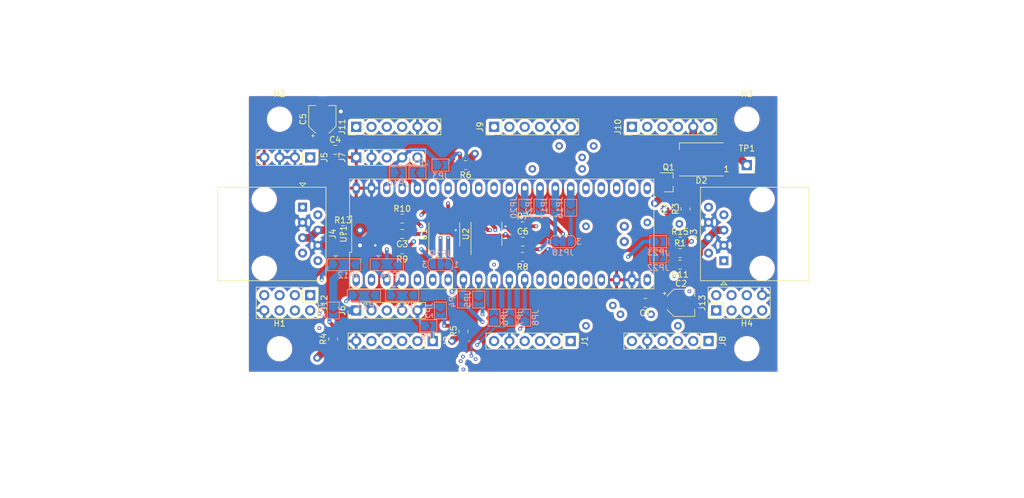
<source format=kicad_pcb>
(kicad_pcb (version 20171130) (host pcbnew 5.1.7)
  (layers (0 F.Cu power) (1 In1.Cu signal) (2 In2.Cu signal) (31 B.Cu power) (34 B.Paste user) (35 F.Paste user) (36 B.SilkS user) (37 F.SilkS user) (38 B.Mask user) (39 F.Mask user) (44 Edge.Cuts user))
  (net 0 "")
  (net 1 +3V3)
  (net 2 GND)
  (net 3 +5V)
  (net 4 /Y_OUT)
  (net 5 /Z_OUT)
  (net 6 /B_OUT)
  (net 7 /A_OUT)
  (net 8 "Net-(JP1-Pad2)")
  (net 9 "Net-(D2-Pad2)")
  (net 10 "Net-(D2-Pad4)")
  (net 11 /GPIO7)
  (net 12 /GPIO6)
  (net 13 /GPIO15)
  (net 14 /GPIO14)
  (net 15 /GPIO5)
  (net 16 /GPIO4)
  (net 17 /GPIO3)
  (net 18 /GPIO2)
  (net 19 /GPIO1)
  (net 20 "Net-(J3-Pad4)")
  (net 21 "Net-(J4-Pad4)")
  (net 22 /~FPGA-CRESET)
  (net 23 /FPGA-COPI)
  (net 24 /FPGA-CIPO)
  (net 25 /FPGA-SCK)
  (net 26 /~FPGA-CS)
  (net 27 /FPGA-CDONE)
  (net 28 /~FPGA-IRQ)
  (net 29 /I2C-SDA)
  (net 30 /I2C-SCL)
  (net 31 /GPIO9)
  (net 32 /GPIO8)
  (net 33 /SPI-SCK)
  (net 34 /SPI-CIPO)
  (net 35 /SPI-COPI)
  (net 36 /~SPI-CS)
  (net 37 /USART-RTS)
  (net 38 /USART-RX)
  (net 39 /USART-TX)
  (net 40 /USART-CTS)
  (net 41 "Net-(JP2-Pad2)")
  (net 42 "Net-(JP3-Pad2)")
  (net 43 /USB-DM)
  (net 44 /USB-DP)
  (net 45 /JTAG-JTDI)
  (net 46 /JTAG-JTDO)
  (net 47 /GPIO10)
  (net 48 /GPIO11)
  (net 49 "Net-(JP16-Pad2)")
  (net 50 "Net-(JP17-Pad2)")
  (net 51 "Net-(JP18-Pad2)")
  (net 52 /RS485-DE)
  (net 53 "Net-(JP19-Pad2)")
  (net 54 "Net-(JP20-Pad2)")
  (net 55 "Net-(JP21-Pad2)")
  (net 56 "Net-(JP22-Pad2)")
  (net 57 "Net-(JP23-Pad2)")
  (net 58 /NEOPIXEL)
  (net 59 /RS-485-TX)
  (net 60 /RS-485-RX)
  (net 61 /JTAG-JTCK-SWCLK)
  (net 62 /JTAG-JTMS-SWDIO)
  (net 63 "Net-(U?1-Pad23)")
  (net 64 "Net-(U?1-Pad24)")
  (net 65 "Net-(U?1-Pad25)")
  (net 66 "Net-(U?1-Pad26)")
  (net 67 /~SWD-RST)
  (net 68 /GPIO13)
  (net 69 /GPIO12)
  (net 70 /~JTAG-JTRST)
  (module Connector_PinHeader_2.54mm:PinHeader_2x04_P2.54mm_Vertical (layer F.Cu) (at 148.59 83.82 90)
    (fp_text reference J13 (at 1.27 -2.33 90) (layer F.SilkS))
    (fp_text value RACK-JTAG)
    (pad 8 thru_hole oval (at 2.54 7.62 90) (size 1.7 1.7) (drill 1) (layers *.Cu *.Mask) (net 2 GND))
    (pad 7 thru_hole oval (at 0 7.62 90) (size 1.7 1.7) (drill 1) (layers *.Cu *.Mask) (net 1 +3V3))
    (pad 6 thru_hole oval (at 2.54 5.08 90) (size 1.7 1.7) (drill 1) (layers *.Cu *.Mask) (net 67 /~SWD-RST))
    (pad 5 thru_hole oval (at 0 5.08 90) (size 1.7 1.7) (drill 1) (layers *.Cu *.Mask) (net 70 /~JTAG-JTRST))
    (pad 4 thru_hole oval (at 2.54 2.54 90) (size 1.7 1.7) (drill 1) (layers *.Cu *.Mask) (net 62 /JTAG-JTMS-SWDIO))
    (pad 3 thru_hole oval (at 0 2.54 90) (size 1.7 1.7) (drill 1) (layers *.Cu *.Mask) (net 46 /JTAG-JTDO))
    (pad 2 thru_hole oval (at 2.54 0 90) (size 1.7 1.7) (drill 1) (layers *.Cu *.Mask) (net 61 /JTAG-JTCK-SWCLK))
    (pad 1 thru_hole rect (at 0 0 90) (size 1.7 1.7) (drill 1) (layers *.Cu *.Mask) (net 45 /JTAG-JTDI))
  )
  (module Connector_PinHeader_2.54mm:PinHeader_2x04_P2.54mm_Vertical (layer F.Cu) (at 81.28 81.28 270)
    (fp_text reference J12 (at 1.27 -2.33 90) (layer F.SilkS))
    (fp_text value RACK-JTAG)
    (pad 8 thru_hole oval (at 2.54 7.62 270) (size 1.7 1.7) (drill 1) (layers *.Cu *.Mask) (net 2 GND))
    (pad 7 thru_hole oval (at 0 7.62 270) (size 1.7 1.7) (drill 1) (layers *.Cu *.Mask) (net 1 +3V3))
    (pad 6 thru_hole oval (at 2.54 5.08 270) (size 1.7 1.7) (drill 1) (layers *.Cu *.Mask) (net 67 /~SWD-RST))
    (pad 5 thru_hole oval (at 0 5.08 270) (size 1.7 1.7) (drill 1) (layers *.Cu *.Mask) (net 70 /~JTAG-JTRST))
    (pad 4 thru_hole oval (at 2.54 2.54 270) (size 1.7 1.7) (drill 1) (layers *.Cu *.Mask) (net 62 /JTAG-JTMS-SWDIO))
    (pad 3 thru_hole oval (at 0 2.54 270) (size 1.7 1.7) (drill 1) (layers *.Cu *.Mask) (net 46 /JTAG-JTDO))
    (pad 2 thru_hole oval (at 2.54 0 270) (size 1.7 1.7) (drill 1) (layers *.Cu *.Mask) (net 61 /JTAG-JTCK-SWCLK))
    (pad 1 thru_hole rect (at 0 0 270) (size 1.7 1.7) (drill 1) (layers *.Cu *.Mask) (net 45 /JTAG-JTDI))
  )
  (module Connector_PinHeader_2.54mm:PinHeader_1x06_P2.54mm_Vertical (layer F.Cu) (at 88.9 53.34 90)
    (fp_text reference J11 (at 0 -2.33 90) (layer F.SilkS))
    (fp_text value RACK-GPIO4)
    (pad 6 thru_hole oval (at 0 12.7 90) (size 1.7 1.7) (drill 1) (layers *.Cu *.Mask) (net 1 +3V3))
    (pad 5 thru_hole oval (at 0 10.16 90) (size 1.7 1.7) (drill 1) (layers *.Cu *.Mask) (net 2 GND))
    (pad 4 thru_hole oval (at 0 7.62 90) (size 1.7 1.7) (drill 1) (layers *.Cu *.Mask) (net 68 /GPIO13))
    (pad 3 thru_hole oval (at 0 5.08 90) (size 1.7 1.7) (drill 1) (layers *.Cu *.Mask) (net 69 /GPIO12))
    (pad 2 thru_hole oval (at 0 2.54 90) (size 1.7 1.7) (drill 1) (layers *.Cu *.Mask) (net 48 /GPIO11))
    (pad 1 thru_hole rect (at 0 0 90) (size 1.7 1.7) (drill 1) (layers *.Cu *.Mask) (net 47 /GPIO10))
  )
  (module usb-c-pill:weact-blackpill-swdonly (layer F.Cu) (at 113.03 71.12)
    (fp_text reference U?1 (at -26.23 0 90) (layer F.SilkS))
    (fp_text value weact-black-pill-swdonly)
    (pad 22 thru_hole circle (at 20.32 -1.27) (size 1.524 1.524) (drill 0.762) (layers *.Cu *.Mask) (net 61 /JTAG-JTCK-SWCLK))
    (pad 21 thru_hole circle (at 20.32 1.27) (size 1.524 1.524) (drill 0.762) (layers *.Cu *.Mask) (net 62 /JTAG-JTMS-SWDIO))
    (pad 20 thru_hole oval (at 24.13 7.6075) (size 1.2 2) (drill 0.8) (layers *.Cu *.Mask) (net 1 +3V3))
    (pad 23 thru_hole oval (at 24.13 -7.6075) (size 1.2 2) (drill 0.8) (layers *.Cu *.Mask) (net 63 "Net-(U?1-Pad23)"))
    (pad 19 thru_hole oval (at 21.59 7.6075) (size 1.2 2) (drill 0.8) (layers *.Cu *.Mask) (net 2 GND))
    (pad 24 thru_hole oval (at 21.59 -7.6075) (size 1.2 2) (drill 0.8) (layers *.Cu *.Mask) (net 64 "Net-(U?1-Pad24)"))
    (pad 18 thru_hole oval (at 19.05 7.6075) (size 1.2 2) (drill 0.8) (layers *.Cu *.Mask) (net 3 +5V))
    (pad 25 thru_hole oval (at 19.05 -7.6075) (size 1.2 2) (drill 0.8) (layers *.Cu *.Mask) (net 65 "Net-(U?1-Pad25)"))
    (pad 17 thru_hole oval (at 16.51 7.6075) (size 1.2 2) (drill 0.8) (layers *.Cu *.Mask) (net 52 /RS485-DE))
    (pad 26 thru_hole oval (at 16.51 -7.6075) (size 1.2 2) (drill 0.8) (layers *.Cu *.Mask) (net 66 "Net-(U?1-Pad26)"))
    (pad 16 thru_hole oval (at 13.97 7.6075) (size 1.2 2) (drill 0.8) (layers *.Cu *.Mask) (net 58 /NEOPIXEL))
    (pad 27 thru_hole oval (at 13.97 -7.6075) (size 1.2 2) (drill 0.8) (layers *.Cu *.Mask) (net 67 /~SWD-RST))
    (pad 15 thru_hole oval (at 11.43 7.6075) (size 1.2 2) (drill 0.8) (layers *.Cu *.Mask) (net 29 /I2C-SDA))
    (pad 28 thru_hole oval (at 11.43 -7.6075) (size 1.2 2) (drill 0.8) (layers *.Cu *.Mask) (net 40 /USART-CTS))
    (pad 14 thru_hole oval (at 8.89 7.6075) (size 1.2 2) (drill 0.8) (layers *.Cu *.Mask) (net 30 /I2C-SCL))
    (pad 29 thru_hole oval (at 8.89 -7.6075) (size 1.2 2) (drill 0.8) (layers *.Cu *.Mask) (net 37 /USART-RTS))
    (pad 13 thru_hole oval (at 6.35 7.6075) (size 1.2 2) (drill 0.8) (layers *.Cu *.Mask) (net 31 /GPIO9))
    (pad 30 thru_hole oval (at 6.35 -7.6075) (size 1.2 2) (drill 0.8) (layers *.Cu *.Mask) (net 39 /USART-TX))
    (pad 12 thru_hole oval (at 3.81 7.6075) (size 1.2 2) (drill 0.8) (layers *.Cu *.Mask) (net 32 /GPIO8))
    (pad 31 thru_hole oval (at 3.81 -7.6075) (size 1.2 2) (drill 0.8) (layers *.Cu *.Mask) (net 38 /USART-RX))
    (pad 11 thru_hole oval (at 1.27 7.6075) (size 1.2 2) (drill 0.8) (layers *.Cu *.Mask) (net 11 /GPIO7))
    (pad 32 thru_hole oval (at 1.27 -7.6075) (size 1.2 2) (drill 0.8) (layers *.Cu *.Mask) (net 36 /~SPI-CS))
    (pad 10 thru_hole oval (at -1.27 7.6075) (size 1.2 2) (drill 0.8) (layers *.Cu *.Mask) (net 12 /GPIO6))
    (pad 33 thru_hole oval (at -1.27 -7.6075) (size 1.2 2) (drill 0.8) (layers *.Cu *.Mask) (net 33 /SPI-SCK))
    (pad 9 thru_hole oval (at -3.81 7.6075) (size 1.2 2) (drill 0.8) (layers *.Cu *.Mask) (net 44 /USB-DP))
    (pad 34 thru_hole oval (at -3.81 -7.6075) (size 1.2 2) (drill 0.8) (layers *.Cu *.Mask) (net 34 /SPI-CIPO))
    (pad 8 thru_hole oval (at -6.35 7.6075) (size 1.2 2) (drill 0.8) (layers *.Cu *.Mask) (net 43 /USB-DM))
    (pad 35 thru_hole oval (at -6.35 -7.6075) (size 1.2 2) (drill 0.8) (layers *.Cu *.Mask) (net 35 /SPI-COPI))
    (pad 7 thru_hole oval (at -8.89 7.6075) (size 1.2 2) (drill 0.8) (layers *.Cu *.Mask) (net 60 /RS-485-RX))
    (pad 36 thru_hole oval (at -8.89 -7.6075) (size 1.2 2) (drill 0.8) (layers *.Cu *.Mask) (net 68 /GPIO13))
    (pad 6 thru_hole oval (at -11.43 7.6075) (size 1.2 2) (drill 0.8) (layers *.Cu *.Mask) (net 59 /RS-485-TX))
    (pad 37 thru_hole oval (at -11.43 -7.6075) (size 1.2 2) (drill 0.8) (layers *.Cu *.Mask) (net 69 /GPIO12))
    (pad 5 thru_hole oval (at -13.97 7.6075) (size 1.2 2) (drill 0.8) (layers *.Cu *.Mask) (net 15 /GPIO5))
    (pad 38 thru_hole oval (at -13.97 -7.6075) (size 1.2 2) (drill 0.8) (layers *.Cu *.Mask) (net 48 /GPIO11))
    (pad 4 thru_hole oval (at -16.51 7.6075) (size 1.2 2) (drill 0.8) (layers *.Cu *.Mask) (net 16 /GPIO4))
    (pad 39 thru_hole oval (at -16.51 -7.6075) (size 1.2 2) (drill 0.8) (layers *.Cu *.Mask) (net 47 /GPIO10))
    (pad 3 thru_hole oval (at -19.05 7.6075) (size 1.2 2) (drill 0.8) (layers *.Cu *.Mask) (net 17 /GPIO3))
    (pad 40 thru_hole oval (at -19.05 -7.6075) (size 1.2 2) (drill 0.8) (layers *.Cu *.Mask) (net 1 +3V3))
    (pad 2 thru_hole oval (at -21.59 7.6075) (size 1.2 2) (drill 0.8) (layers *.Cu *.Mask) (net 18 /GPIO2))
    (pad 41 thru_hole oval (at -21.59 -7.6075) (size 1.2 2) (drill 0.8) (layers *.Cu *.Mask) (net 2 GND))
    (pad 1 thru_hole oval (at -24.13 7.6075) (size 1.2 2) (drill 0.8) (layers *.Cu *.Mask) (net 19 /GPIO1))
    (pad 42 thru_hole oval (at -24.13 -7.6075) (size 1.2 2) (drill 0.8) (layers *.Cu *.Mask) (net 3 +5V))
  )
  (module Package_SO:SOIC-8_3.9x4.9mm_P1.27mm (layer F.Cu) (at 110.49 71.12 90)
    (fp_text reference U2 (at 0 -3.4 90) (layer F.SilkS))
    (fp_text value MAX3485)
    (pad 8 smd roundrect (at 2.475 -1.905 90) (size 1.95 0.6) (layers F.Cu F.Paste F.Mask) (net 1 +3V3))
    (pad 7 smd roundrect (at 2.475 -0.635 90) (size 1.95 0.6) (layers F.Cu F.Paste F.Mask) (net 5 /Z_OUT))
    (pad 6 smd roundrect (at 2.475 0.635 90) (size 1.95 0.6) (layers F.Cu F.Paste F.Mask) (net 4 /Y_OUT))
    (pad 5 smd roundrect (at 2.475 1.905 90) (size 1.95 0.6) (layers F.Cu F.Paste F.Mask) (net 2 GND))
    (pad 4 smd roundrect (at -2.475 1.905 90) (size 1.95 0.6) (layers F.Cu F.Paste F.Mask) (net 55 "Net-(JP21-Pad2)"))
    (pad 3 smd roundrect (at -2.475 0.635 90) (size 1.95 0.6) (layers F.Cu F.Paste F.Mask) (net 50 "Net-(JP17-Pad2)"))
    (pad 2 smd roundrect (at -2.475 -0.635 90) (size 1.95 0.6) (layers F.Cu F.Paste F.Mask) (net 51 "Net-(JP18-Pad2)"))
    (pad 1 smd roundrect (at -2.475 -1.905 90) (size 1.95 0.6) (layers F.Cu F.Paste F.Mask) (net 54 "Net-(JP20-Pad2)"))
  )
  (module Package_SO:SOIC-8_3.9x4.9mm_P1.27mm (layer F.Cu) (at 103.505 71.185 90)
    (fp_text reference U1 (at 0 -3.4 90) (layer F.SilkS))
    (fp_text value MAX3485)
    (pad 8 smd roundrect (at 2.475 -1.905 90) (size 1.95 0.6) (layers F.Cu F.Paste F.Mask) (net 1 +3V3))
    (pad 7 smd roundrect (at 2.475 -0.635 90) (size 1.95 0.6) (layers F.Cu F.Paste F.Mask) (net 6 /B_OUT))
    (pad 6 smd roundrect (at 2.475 0.635 90) (size 1.95 0.6) (layers F.Cu F.Paste F.Mask) (net 7 /A_OUT))
    (pad 5 smd roundrect (at 2.475 1.905 90) (size 1.95 0.6) (layers F.Cu F.Paste F.Mask) (net 2 GND))
    (pad 4 smd roundrect (at -2.475 1.905 90) (size 1.95 0.6) (layers F.Cu F.Paste F.Mask) (net 59 /RS-485-TX))
    (pad 3 smd roundrect (at -2.475 0.635 90) (size 1.95 0.6) (layers F.Cu F.Paste F.Mask) (net 52 /RS485-DE))
    (pad 2 smd roundrect (at -2.475 -0.635 90) (size 1.95 0.6) (layers F.Cu F.Paste F.Mask) (net 53 "Net-(JP19-Pad2)"))
    (pad 1 smd roundrect (at -2.475 -1.905 90) (size 1.95 0.6) (layers F.Cu F.Paste F.Mask) (net 60 /RS-485-RX))
  )
  (module Connector_PinSocket_2.54mm:PinSocket_1x01_P2.54mm_Vertical (layer F.Cu) (at 153.67 59.69)
    (fp_text reference TP1 (at 0 -2.77) (layer F.SilkS))
    (fp_text value TestPoint)
    (pad 1 thru_hole rect (at 0 0) (size 1.7 1.7) (drill 1) (layers *.Cu *.Mask) (net 9 "Net-(D2-Pad2)"))
  )
  (module Resistor_SMD:R_0805_2012Metric (layer F.Cu) (at 142.5975 72.39)
    (fp_text reference R15 (at 0 -1.65) (layer F.SilkS))
    (fp_text value 120Ohm)
    (pad 2 smd roundrect (at 0.9125 0) (size 1.025 1.4) (layers F.Cu F.Paste F.Mask) (roundrect_rratio 0.243902) (net 5 /Z_OUT))
    (pad 1 smd roundrect (at -0.9125 0) (size 1.025 1.4) (layers F.Cu F.Paste F.Mask) (roundrect_rratio 0.243902) (net 57 "Net-(JP23-Pad2)"))
  )
  (module Resistor_SMD:R_0805_2012Metric (layer F.Cu) (at 86.7175 70.485)
    (fp_text reference R13 (at 0 -1.65) (layer F.SilkS))
    (fp_text value 0)
    (pad 2 smd roundrect (at 0.9125 0) (size 1.025 1.4) (layers F.Cu F.Paste F.Mask) (roundrect_rratio 0.243902) (net 3 +5V))
    (pad 1 smd roundrect (at -0.9125 0) (size 1.025 1.4) (layers F.Cu F.Paste F.Mask) (roundrect_rratio 0.243902) (net 21 "Net-(J4-Pad4)"))
  )
  (module Resistor_SMD:R_0805_2012Metric (layer F.Cu) (at 142.5975 76.2 180)
    (fp_text reference R11 (at 0 -1.65) (layer F.SilkS))
    (fp_text value 0)
    (pad 2 smd roundrect (at 0.9125 0 180) (size 1.025 1.4) (layers F.Cu F.Paste F.Mask) (roundrect_rratio 0.243902) (net 3 +5V))
    (pad 1 smd roundrect (at -0.9125 0 180) (size 1.025 1.4) (layers F.Cu F.Paste F.Mask) (roundrect_rratio 0.243902) (net 20 "Net-(J3-Pad4)"))
  )
  (module Resistor_SMD:R_0805_2012Metric (layer F.Cu) (at 96.52 68.58)
    (fp_text reference R10 (at 0 -1.65) (layer F.SilkS))
    (fp_text value 10K)
    (pad 2 smd roundrect (at 0.9125 0) (size 1.025 1.4) (layers F.Cu F.Paste F.Mask) (roundrect_rratio 0.243902) (net 52 /RS485-DE))
    (pad 1 smd roundrect (at -0.9125 0) (size 1.025 1.4) (layers F.Cu F.Paste F.Mask) (roundrect_rratio 0.243902) (net 2 GND))
  )
  (module Resistor_SMD:R_0805_2012Metric (layer F.Cu) (at 96.52 73.66 180)
    (fp_text reference R9 (at 0 -1.65) (layer F.SilkS))
    (fp_text value 10K)
    (pad 2 smd roundrect (at 0.9125 0 180) (size 1.025 1.4) (layers F.Cu F.Paste F.Mask) (roundrect_rratio 0.243902) (net 1 +3V3))
    (pad 1 smd roundrect (at -0.9125 0 180) (size 1.025 1.4) (layers F.Cu F.Paste F.Mask) (roundrect_rratio 0.243902) (net 53 "Net-(JP19-Pad2)"))
  )
  (module Resistor_SMD:R_0805_2012Metric (layer F.Cu) (at 116.4825 74.93 180)
    (fp_text reference R8 (at 0 -1.65) (layer F.SilkS))
    (fp_text value 10K)
    (pad 2 smd roundrect (at 0.9125 0 180) (size 1.025 1.4) (layers F.Cu F.Paste F.Mask) (roundrect_rratio 0.243902) (net 50 "Net-(JP17-Pad2)"))
    (pad 1 smd roundrect (at -0.9125 0 180) (size 1.025 1.4) (layers F.Cu F.Paste F.Mask) (roundrect_rratio 0.243902) (net 2 GND))
  )
  (module Resistor_SMD:R_0805_2012Metric (layer F.Cu) (at 116.4825 69.85)
    (fp_text reference R7 (at 0 -1.65) (layer F.SilkS))
    (fp_text value 10K)
    (pad 2 smd roundrect (at 0.9125 0) (size 1.025 1.4) (layers F.Cu F.Paste F.Mask) (roundrect_rratio 0.243902) (net 1 +3V3))
    (pad 1 smd roundrect (at -0.9125 0) (size 1.025 1.4) (layers F.Cu F.Paste F.Mask) (roundrect_rratio 0.243902) (net 51 "Net-(JP18-Pad2)"))
  )
  (module Resistor_SMD:R_0805_2012Metric (layer F.Cu) (at 107.0375 59.69 180)
    (fp_text reference R6 (at 0 -1.65) (layer F.SilkS))
    (fp_text value 10K)
    (pad 2 smd roundrect (at 0.9125 0 180) (size 1.025 1.4) (layers F.Cu F.Paste F.Mask) (roundrect_rratio 0.243902) (net 42 "Net-(JP3-Pad2)"))
    (pad 1 smd roundrect (at -0.9125 0 180) (size 1.025 1.4) (layers F.Cu F.Paste F.Mask) (roundrect_rratio 0.243902) (net 1 +3V3))
  )
  (module Resistor_SMD:R_0805_2012Metric (layer F.Cu) (at 106.68 87.2725 90)
    (fp_text reference R5 (at 0 -1.65 90) (layer F.SilkS))
    (fp_text value 10K)
    (pad 2 smd roundrect (at 0.9125 0 90) (size 1.025 1.4) (layers F.Cu F.Paste F.Mask) (roundrect_rratio 0.243902) (net 41 "Net-(JP2-Pad2)"))
    (pad 1 smd roundrect (at -0.9125 0 90) (size 1.025 1.4) (layers F.Cu F.Paste F.Mask) (roundrect_rratio 0.243902) (net 1 +3V3))
  )
  (module Resistor_SMD:R_0805_2012Metric (layer F.Cu) (at 85.09 88.5425 90)
    (fp_text reference R4 (at 0 -1.65 90) (layer F.SilkS))
    (fp_text value 10K)
    (pad 2 smd roundrect (at 0.9125 0 90) (size 1.025 1.4) (layers F.Cu F.Paste F.Mask) (roundrect_rratio 0.243902) (net 8 "Net-(JP1-Pad2)"))
    (pad 1 smd roundrect (at -0.9125 0 90) (size 1.025 1.4) (layers F.Cu F.Paste F.Mask) (roundrect_rratio 0.243902) (net 1 +3V3))
  )
  (module Resistor_SMD:R_0805_2012Metric (layer F.Cu) (at 143.51 66.9525 90)
    (fp_text reference R3 (at 0 -1.65 90) (layer F.SilkS))
    (fp_text value 10K)
    (pad 2 smd roundrect (at 0.9125 0 90) (size 1.025 1.4) (layers F.Cu F.Paste F.Mask) (roundrect_rratio 0.243902) (net 10 "Net-(D2-Pad4)"))
    (pad 1 smd roundrect (at -0.9125 0 90) (size 1.025 1.4) (layers F.Cu F.Paste F.Mask) (roundrect_rratio 0.243902) (net 3 +5V))
  )
  (module Resistor_SMD:R_0805_2012Metric (layer F.Cu) (at 141.605 66.9525 90)
    (fp_text reference R2 (at 0 -1.65 90) (layer F.SilkS))
    (fp_text value 10K)
    (pad 2 smd roundrect (at 0.9125 0 90) (size 1.025 1.4) (layers F.Cu F.Paste F.Mask) (roundrect_rratio 0.243902) (net 58 /NEOPIXEL))
    (pad 1 smd roundrect (at -0.9125 0 90) (size 1.025 1.4) (layers F.Cu F.Paste F.Mask) (roundrect_rratio 0.243902) (net 1 +3V3))
  )
  (module Resistor_SMD:R_0805_2012Metric (layer F.Cu) (at 142.5975 74.295)
    (fp_text reference R1 (at 0 -1.65) (layer F.SilkS))
    (fp_text value 120Ohm)
    (pad 2 smd roundrect (at 0.9125 0) (size 1.025 1.4) (layers F.Cu F.Paste F.Mask) (roundrect_rratio 0.243902) (net 6 /B_OUT))
    (pad 1 smd roundrect (at -0.9125 0) (size 1.025 1.4) (layers F.Cu F.Paste F.Mask) (roundrect_rratio 0.243902) (net 56 "Net-(JP22-Pad2)"))
  )
  (module Package_TO_SOT_SMD:SOT-23 (layer F.Cu) (at 140.7 62.55)
    (fp_text reference Q1 (at 0 -2.5) (layer F.SilkS))
    (fp_text value AO3400A)
    (pad 3 smd rect (at 1 0) (size 0.9 0.8) (layers F.Cu F.Paste F.Mask) (net 10 "Net-(D2-Pad4)"))
    (pad 2 smd rect (at -1 0.95) (size 0.9 0.8) (layers F.Cu F.Paste F.Mask) (net 58 /NEOPIXEL))
    (pad 1 smd rect (at -1 -0.95) (size 0.9 0.8) (layers F.Cu F.Paste F.Mask) (net 3 +5V))
  )
  (module Jumper:SolderJumper-2_P1.3mm_Open_TrianglePad1.0x1.5mm (layer B.Cu) (at 138.975 72.39)
    (fp_text reference JP23 (at 0 1.8) (layer B.SilkS) (effects (justify mirror)))
    (fp_text value SolderJumper_2_Open)
    (pad 1 smd custom (at -0.725 0) (size 0.3 0.3) (layers B.Cu B.Mask) (net 4 /Y_OUT) (options (clearance outline) (anchor rect)) (primitives (gr_poly (pts (xy -0.5 0.75) (xy 0.5 0.75) (xy 1 0) (xy 0.5 -0.75) (xy -0.5 -0.75)) (width 0))))
    (pad 2 smd custom (at 0.725 0) (size 0.3 0.3) (layers B.Cu B.Mask) (net 57 "Net-(JP23-Pad2)") (options (clearance outline) (anchor rect)) (primitives (gr_poly (pts (xy -0.65 0.75) (xy 0.5 0.75) (xy 0.5 -0.75) (xy -0.65 -0.75) (xy -0.15 0)) (width 0))))
  )
  (module Jumper:SolderJumper-2_P1.3mm_Open_TrianglePad1.0x1.5mm (layer B.Cu) (at 138.975 74.93)
    (fp_text reference JP22 (at 0 1.8) (layer B.SilkS) (effects (justify mirror)))
    (fp_text value SolderJumper_2_Open)
    (pad 1 smd custom (at -0.725 0) (size 0.3 0.3) (layers B.Cu B.Mask) (net 7 /A_OUT) (options (clearance outline) (anchor rect)) (primitives (gr_poly (pts (xy -0.5 0.75) (xy 0.5 0.75) (xy 1 0) (xy 0.5 -0.75) (xy -0.5 -0.75)) (width 0))))
    (pad 2 smd custom (at 0.725 0) (size 0.3 0.3) (layers B.Cu B.Mask) (net 56 "Net-(JP22-Pad2)") (options (clearance outline) (anchor rect)) (primitives (gr_poly (pts (xy -0.65 0.75) (xy 0.5 0.75) (xy 0.5 -0.75) (xy -0.65 -0.75) (xy -0.15 0)) (width 0))))
  )
  (module Jumper:SolderJumper-2_P1.3mm_Open_TrianglePad1.0x1.5mm (layer B.Cu) (at 119.38 66.765 270)
    (fp_text reference JP21 (at 0 1.8 90) (layer B.SilkS) (effects (justify mirror)))
    (fp_text value SolderJumper_2_Open)
    (pad 1 smd custom (at -0.725 0 270) (size 0.3 0.3) (layers B.Cu B.Mask) (net 39 /USART-TX) (options (clearance outline) (anchor rect)) (primitives (gr_poly (pts (xy -0.5 0.75) (xy 0.5 0.75) (xy 1 0) (xy 0.5 -0.75) (xy -0.5 -0.75)) (width 0))))
    (pad 2 smd custom (at 0.725 0 270) (size 0.3 0.3) (layers B.Cu B.Mask) (net 55 "Net-(JP21-Pad2)") (options (clearance outline) (anchor rect)) (primitives (gr_poly (pts (xy -0.65 0.75) (xy 0.5 0.75) (xy 0.5 -0.75) (xy -0.65 -0.75) (xy -0.15 0)) (width 0))))
  )
  (module Jumper:SolderJumper-2_P1.3mm_Open_TrianglePad1.0x1.5mm (layer B.Cu) (at 116.84 66.765 270)
    (fp_text reference JP20 (at 0 1.8 90) (layer B.SilkS) (effects (justify mirror)))
    (fp_text value SolderJumper_2_Open)
    (pad 1 smd custom (at -0.725 0 270) (size 0.3 0.3) (layers B.Cu B.Mask) (net 38 /USART-RX) (options (clearance outline) (anchor rect)) (primitives (gr_poly (pts (xy -0.5 0.75) (xy 0.5 0.75) (xy 1 0) (xy 0.5 -0.75) (xy -0.5 -0.75)) (width 0))))
    (pad 2 smd custom (at 0.725 0 270) (size 0.3 0.3) (layers B.Cu B.Mask) (net 54 "Net-(JP20-Pad2)") (options (clearance outline) (anchor rect)) (primitives (gr_poly (pts (xy -0.65 0.75) (xy 0.5 0.75) (xy 0.5 -0.75) (xy -0.65 -0.75) (xy -0.15 0)) (width 0))))
  )
  (module Jumper:SolderJumper-3_P1.3mm_Bridged12_RoundedPad1.0x1.5mm_NumberLabels (layer B.Cu) (at 102.87 76.2 180)
    (fp_text reference JP19 (at 0 1.8) (layer B.SilkS) (effects (justify mirror)))
    (fp_text value SolderJumper_3_Bridged12)
    (fp_poly (pts (xy -0.9 0.3) (xy -0.4 0.3) (xy -0.4 -0.3) (xy -0.9 -0.3)) (layer B.Cu) (width 0))
    (fp_text user 1 (at -2.6 0) (layer B.SilkS) (effects (justify mirror)))
    (fp_text user 3 (at 2.6 0) (layer B.SilkS) (effects (justify mirror)))
    (pad 1 smd custom (at -1.3 0 180) (size 1 0.5) (layers B.Cu B.Mask) (net 52 /RS485-DE) (options (clearance outline) (anchor rect)) (primitives (gr_poly (pts (xy 0.55 0.75) (xy 0 0.75) (xy 0 -0.75) (xy 0.55 -0.75)) (width 0)) (gr_circle (center 0 -0.25) (end 0.5 -0.25) (width 0)) (gr_circle (center 0 0.25) (end 0.5 0.25) (width 0))))
    (pad 2 smd rect (at 0 0 180) (size 1 1.5) (layers B.Cu B.Mask) (net 53 "Net-(JP19-Pad2)"))
    (pad 3 smd custom (at 1.3 0 180) (size 1 0.5) (layers B.Cu B.Mask) (net 31 /GPIO9) (options (clearance outline) (anchor rect)) (primitives (gr_circle (center 0 -0.25) (end 0.5 -0.25) (width 0)) (gr_circle (center 0 0.25) (end 0.5 0.25) (width 0)) (gr_poly (pts (xy -0.55 0.75) (xy 0 0.75) (xy 0 -0.75) (xy -0.55 -0.75)) (width 0))))
  )
  (module Jumper:SolderJumper-3_P1.3mm_Bridged12_RoundedPad1.0x1.5mm_NumberLabels (layer B.Cu) (at 123.19 72.39)
    (fp_text reference JP18 (at 0 1.8) (layer B.SilkS) (effects (justify mirror)))
    (fp_text value SolderJumper_3_Bridged12)
    (fp_poly (pts (xy -0.9 0.3) (xy -0.4 0.3) (xy -0.4 -0.3) (xy -0.9 -0.3)) (layer B.Cu) (width 0))
    (fp_text user 1 (at -2.6 0) (layer B.SilkS) (effects (justify mirror)))
    (fp_text user 3 (at 2.6 0) (layer B.SilkS) (effects (justify mirror)))
    (pad 1 smd custom (at -1.3 0) (size 1 0.5) (layers B.Cu B.Mask) (net 50 "Net-(JP17-Pad2)") (options (clearance outline) (anchor rect)) (primitives (gr_poly (pts (xy 0.55 0.75) (xy 0 0.75) (xy 0 -0.75) (xy 0.55 -0.75)) (width 0)) (gr_circle (center 0 -0.25) (end 0.5 -0.25) (width 0)) (gr_circle (center 0 0.25) (end 0.5 0.25) (width 0))))
    (pad 2 smd rect (at 0 0) (size 1 1.5) (layers B.Cu B.Mask) (net 51 "Net-(JP18-Pad2)"))
    (pad 3 smd custom (at 1.3 0) (size 1 0.5) (layers B.Cu B.Mask) (net 49 "Net-(JP16-Pad2)") (options (clearance outline) (anchor rect)) (primitives (gr_circle (center 0 -0.25) (end 0.5 -0.25) (width 0)) (gr_circle (center 0 0.25) (end 0.5 0.25) (width 0)) (gr_poly (pts (xy -0.55 0.75) (xy 0 0.75) (xy 0 -0.75) (xy -0.55 -0.75)) (width 0))))
  )
  (module Jumper:SolderJumper-2_P1.3mm_Open_TrianglePad1.0x1.5mm (layer B.Cu) (at 121.92 66.765 270)
    (fp_text reference JP17 (at 0 1.8 90) (layer B.SilkS) (effects (justify mirror)))
    (fp_text value SolderJumper_2_Open)
    (pad 1 smd custom (at -0.725 0 270) (size 0.3 0.3) (layers B.Cu B.Mask) (net 37 /USART-RTS) (options (clearance outline) (anchor rect)) (primitives (gr_poly (pts (xy -0.5 0.75) (xy 0.5 0.75) (xy 1 0) (xy 0.5 -0.75) (xy -0.5 -0.75)) (width 0))))
    (pad 2 smd custom (at 0.725 0 270) (size 0.3 0.3) (layers B.Cu B.Mask) (net 50 "Net-(JP17-Pad2)") (options (clearance outline) (anchor rect)) (primitives (gr_poly (pts (xy -0.65 0.75) (xy 0.5 0.75) (xy 0.5 -0.75) (xy -0.65 -0.75) (xy -0.15 0)) (width 0))))
  )
  (module Jumper:SolderJumper-2_P1.3mm_Open_TrianglePad1.0x1.5mm (layer B.Cu) (at 124.46 66.765 270)
    (fp_text reference JP16 (at 0 1.8 90) (layer B.SilkS) (effects (justify mirror)))
    (fp_text value SolderJumper_2_Open)
    (pad 1 smd custom (at -0.725 0 270) (size 0.3 0.3) (layers B.Cu B.Mask) (net 40 /USART-CTS) (options (clearance outline) (anchor rect)) (primitives (gr_poly (pts (xy -0.5 0.75) (xy 0.5 0.75) (xy 1 0) (xy 0.5 -0.75) (xy -0.5 -0.75)) (width 0))))
    (pad 2 smd custom (at 0.725 0 270) (size 0.3 0.3) (layers B.Cu B.Mask) (net 49 "Net-(JP16-Pad2)") (options (clearance outline) (anchor rect)) (primitives (gr_poly (pts (xy -0.65 0.75) (xy 0.5 0.75) (xy 0.5 -0.75) (xy -0.65 -0.75) (xy -0.15 0)) (width 0))))
  )
  (module Jumper:SolderJumper-3_P2.0mm_Open_TrianglePad1.0x1.5mm (layer B.Cu) (at 96.52 81.28)
    (fp_text reference JP15 (at 0.725 1.775) (layer B.SilkS) (effects (justify mirror)))
    (fp_text value SolderJumper_3_Open)
    (pad 3 smd custom (at 2 0 180) (size 0.3 0.3) (layers B.Cu B.Mask) (net 35 /SPI-COPI) (options (clearance outline) (anchor rect)) (primitives (gr_poly (pts (xy -0.5 0.75) (xy 0.5 0.75) (xy 1 0) (xy 0.5 -0.75) (xy -0.5 -0.75)) (width 0))))
    (pad 2 smd custom (at 0 0) (size 0.3 0.3) (layers B.Cu) (net 23 /FPGA-COPI) (options (clearance outline) (anchor rect)) (primitives (gr_poly (pts (xy -1.2 0.75) (xy 1.2 0.75) (xy 0.7 0) (xy 1.2 -0.75) (xy -1.2 -0.75) (xy -0.7 0)) (width 0))))
    (pad 1 smd custom (at -2 0) (size 0.3 0.3) (layers B.Cu B.Mask) (net 16 /GPIO4) (options (clearance outline) (anchor rect)) (primitives (gr_poly (pts (xy -0.5 0.75) (xy 0.5 0.75) (xy 1 0) (xy 0.5 -0.75) (xy -0.5 -0.75)) (width 0))))
  )
  (module Jumper:SolderJumper-3_P2.0mm_Open_TrianglePad1.0x1.5mm (layer B.Cu) (at 93.98 76.2)
    (fp_text reference JP14 (at 0.725 1.775) (layer B.SilkS) (effects (justify mirror)))
    (fp_text value SolderJumper_3_Open)
    (pad 3 smd custom (at 2 0 180) (size 0.3 0.3) (layers B.Cu B.Mask) (net 34 /SPI-CIPO) (options (clearance outline) (anchor rect)) (primitives (gr_poly (pts (xy -0.5 0.75) (xy 0.5 0.75) (xy 1 0) (xy 0.5 -0.75) (xy -0.5 -0.75)) (width 0))))
    (pad 2 smd custom (at 0 0) (size 0.3 0.3) (layers B.Cu) (net 24 /FPGA-CIPO) (options (clearance outline) (anchor rect)) (primitives (gr_poly (pts (xy -1.2 0.75) (xy 1.2 0.75) (xy 0.7 0) (xy 1.2 -0.75) (xy -1.2 -0.75) (xy -0.7 0)) (width 0))))
    (pad 1 smd custom (at -2 0) (size 0.3 0.3) (layers B.Cu B.Mask) (net 17 /GPIO3) (options (clearance outline) (anchor rect)) (primitives (gr_poly (pts (xy -0.5 0.75) (xy 0.5 0.75) (xy 1 0) (xy 0.5 -0.75) (xy -0.5 -0.75)) (width 0))))
  )
  (module Jumper:SolderJumper-3_P2.0mm_Open_TrianglePad1.0x1.5mm (layer B.Cu) (at 90.17 81.28)
    (fp_text reference JP13 (at 0.725 1.775) (layer B.SilkS) (effects (justify mirror)))
    (fp_text value SolderJumper_3_Open)
    (pad 3 smd custom (at 2 0 180) (size 0.3 0.3) (layers B.Cu B.Mask) (net 33 /SPI-SCK) (options (clearance outline) (anchor rect)) (primitives (gr_poly (pts (xy -0.5 0.75) (xy 0.5 0.75) (xy 1 0) (xy 0.5 -0.75) (xy -0.5 -0.75)) (width 0))))
    (pad 2 smd custom (at 0 0) (size 0.3 0.3) (layers B.Cu) (net 25 /FPGA-SCK) (options (clearance outline) (anchor rect)) (primitives (gr_poly (pts (xy -1.2 0.75) (xy 1.2 0.75) (xy 0.7 0) (xy 1.2 -0.75) (xy -1.2 -0.75) (xy -0.7 0)) (width 0))))
    (pad 1 smd custom (at -2 0) (size 0.3 0.3) (layers B.Cu B.Mask) (net 18 /GPIO2) (options (clearance outline) (anchor rect)) (primitives (gr_poly (pts (xy -0.5 0.75) (xy 0.5 0.75) (xy 1 0) (xy 0.5 -0.75) (xy -0.5 -0.75)) (width 0))))
  )
  (module Jumper:SolderJumper-3_P2.0mm_Open_TrianglePad1.0x1.5mm (layer B.Cu) (at 86.9 76.2)
    (fp_text reference JP12 (at 0.725 1.775) (layer B.SilkS) (effects (justify mirror)))
    (fp_text value SolderJumper_3_Open)
    (pad 3 smd custom (at 2 0 180) (size 0.3 0.3) (layers B.Cu B.Mask) (net 36 /~SPI-CS) (options (clearance outline) (anchor rect)) (primitives (gr_poly (pts (xy -0.5 0.75) (xy 0.5 0.75) (xy 1 0) (xy 0.5 -0.75) (xy -0.5 -0.75)) (width 0))))
    (pad 2 smd custom (at 0 0) (size 0.3 0.3) (layers B.Cu) (net 26 /~FPGA-CS) (options (clearance outline) (anchor rect)) (primitives (gr_poly (pts (xy -1.2 0.75) (xy 1.2 0.75) (xy 0.7 0) (xy 1.2 -0.75) (xy -1.2 -0.75) (xy -0.7 0)) (width 0))))
    (pad 1 smd custom (at -2 0) (size 0.3 0.3) (layers B.Cu B.Mask) (net 19 /GPIO1) (options (clearance outline) (anchor rect)) (primitives (gr_poly (pts (xy -0.5 0.75) (xy 0.5 0.75) (xy 1 0) (xy 0.5 -0.75) (xy -0.5 -0.75)) (width 0))))
  )
  (module Jumper:SolderJumper-2_P1.3mm_Open_TrianglePad1.0x1.5mm (layer B.Cu) (at 99.06 60.96 180)
    (fp_text reference JP11 (at 0 1.8) (layer B.SilkS) (effects (justify mirror)))
    (fp_text value SolderJumper_2_Open)
    (pad 1 smd custom (at -0.725 0 180) (size 0.3 0.3) (layers B.Cu B.Mask) (net 27 /FPGA-CDONE) (options (clearance outline) (anchor rect)) (primitives (gr_poly (pts (xy -0.5 0.75) (xy 0.5 0.75) (xy 1 0) (xy 0.5 -0.75) (xy -0.5 -0.75)) (width 0))))
    (pad 2 smd custom (at 0.725 0 180) (size 0.3 0.3) (layers B.Cu B.Mask) (net 48 /GPIO11) (options (clearance outline) (anchor rect)) (primitives (gr_poly (pts (xy -0.65 0.75) (xy 0.5 0.75) (xy 0.5 -0.75) (xy -0.65 -0.75) (xy -0.15 0)) (width 0))))
  )
  (module Jumper:SolderJumper-2_P1.3mm_Open_TrianglePad1.0x1.5mm (layer B.Cu) (at 95.795 60.96)
    (fp_text reference JP10 (at 0 1.8) (layer B.SilkS) (effects (justify mirror)))
    (fp_text value SolderJumper_2_Open)
    (pad 1 smd custom (at -0.725 0) (size 0.3 0.3) (layers B.Cu B.Mask) (net 28 /~FPGA-IRQ) (options (clearance outline) (anchor rect)) (primitives (gr_poly (pts (xy -0.5 0.75) (xy 0.5 0.75) (xy 1 0) (xy 0.5 -0.75) (xy -0.5 -0.75)) (width 0))))
    (pad 2 smd custom (at 0.725 0) (size 0.3 0.3) (layers B.Cu B.Mask) (net 47 /GPIO10) (options (clearance outline) (anchor rect)) (primitives (gr_poly (pts (xy -0.65 0.75) (xy 0.5 0.75) (xy 0.5 -0.75) (xy -0.65 -0.75) (xy -0.15 0)) (width 0))))
  )
  (module Jumper:SolderJumper-2_P1.3mm_Open_TrianglePad1.0x1.5mm (layer B.Cu) (at 100.875 86.36)
    (fp_text reference JP9 (at 0 1.8) (layer B.SilkS) (effects (justify mirror)))
    (fp_text value SolderJumper_2_Open)
    (pad 1 smd custom (at -0.725 0) (size 0.3 0.3) (layers B.Cu B.Mask) (net 22 /~FPGA-CRESET) (options (clearance outline) (anchor rect)) (primitives (gr_poly (pts (xy -0.5 0.75) (xy 0.5 0.75) (xy 1 0) (xy 0.5 -0.75) (xy -0.5 -0.75)) (width 0))))
    (pad 2 smd custom (at 0.725 0) (size 0.3 0.3) (layers B.Cu B.Mask) (net 15 /GPIO5) (options (clearance outline) (anchor rect)) (primitives (gr_poly (pts (xy -0.65 0.75) (xy 0.5 0.75) (xy 0.5 -0.75) (xy -0.65 -0.75) (xy -0.15 0)) (width 0))))
  )
  (module Jumper:SolderJumper-2_P1.3mm_Open_TrianglePad1.0x1.5mm (layer B.Cu) (at 116.84 85 90)
    (fp_text reference JP8 (at 0 1.8 90) (layer B.SilkS) (effects (justify mirror)))
    (fp_text value SolderJumper_2_Open)
    (pad 1 smd custom (at -0.725 0 90) (size 0.3 0.3) (layers B.Cu B.Mask) (net 70 /~JTAG-JTRST) (options (clearance outline) (anchor rect)) (primitives (gr_poly (pts (xy -0.5 0.75) (xy 0.5 0.75) (xy 1 0) (xy 0.5 -0.75) (xy -0.5 -0.75)) (width 0))))
    (pad 2 smd custom (at 0.725 0 90) (size 0.3 0.3) (layers B.Cu B.Mask) (net 32 /GPIO8) (options (clearance outline) (anchor rect)) (primitives (gr_poly (pts (xy -0.65 0.75) (xy 0.5 0.75) (xy 0.5 -0.75) (xy -0.65 -0.75) (xy -0.15 0)) (width 0))))
  )
  (module Jumper:SolderJumper-2_P1.3mm_Open_TrianglePad1.0x1.5mm (layer B.Cu) (at 114.3 85 90)
    (fp_text reference JP7 (at 0 1.8 90) (layer B.SilkS) (effects (justify mirror)))
    (fp_text value SolderJumper_2_Open)
    (pad 1 smd custom (at -0.725 0 90) (size 0.3 0.3) (layers B.Cu B.Mask) (net 46 /JTAG-JTDO) (options (clearance outline) (anchor rect)) (primitives (gr_poly (pts (xy -0.5 0.75) (xy 0.5 0.75) (xy 1 0) (xy 0.5 -0.75) (xy -0.5 -0.75)) (width 0))))
    (pad 2 smd custom (at 0.725 0 90) (size 0.3 0.3) (layers B.Cu B.Mask) (net 11 /GPIO7) (options (clearance outline) (anchor rect)) (primitives (gr_poly (pts (xy -0.65 0.75) (xy 0.5 0.75) (xy 0.5 -0.75) (xy -0.65 -0.75) (xy -0.15 0)) (width 0))))
  )
  (module Jumper:SolderJumper-2_P1.3mm_Open_TrianglePad1.0x1.5mm (layer B.Cu) (at 111.76 85 90)
    (fp_text reference JP6 (at 0 1.8 90) (layer B.SilkS) (effects (justify mirror)))
    (fp_text value SolderJumper_2_Open)
    (pad 1 smd custom (at -0.725 0 90) (size 0.3 0.3) (layers B.Cu B.Mask) (net 45 /JTAG-JTDI) (options (clearance outline) (anchor rect)) (primitives (gr_poly (pts (xy -0.5 0.75) (xy 0.5 0.75) (xy 1 0) (xy 0.5 -0.75) (xy -0.5 -0.75)) (width 0))))
    (pad 2 smd custom (at 0.725 0 90) (size 0.3 0.3) (layers B.Cu B.Mask) (net 12 /GPIO6) (options (clearance outline) (anchor rect)) (primitives (gr_poly (pts (xy -0.65 0.75) (xy 0.5 0.75) (xy 0.5 -0.75) (xy -0.65 -0.75) (xy -0.15 0)) (width 0))))
  )
  (module Jumper:SolderJumper-2_P1.3mm_Open_TrianglePad1.0x1.5mm (layer B.Cu) (at 109.22 82.005 270)
    (fp_text reference JP5 (at 0 1.8 90) (layer B.SilkS) (effects (justify mirror)))
    (fp_text value SolderJumper_2_Open)
    (pad 1 smd custom (at -0.725 0 270) (size 0.3 0.3) (layers B.Cu B.Mask) (net 44 /USB-DP) (options (clearance outline) (anchor rect)) (primitives (gr_poly (pts (xy -0.5 0.75) (xy 0.5 0.75) (xy 1 0) (xy 0.5 -0.75) (xy -0.5 -0.75)) (width 0))))
    (pad 2 smd custom (at 0.725 0 270) (size 0.3 0.3) (layers B.Cu B.Mask) (net 13 /GPIO15) (options (clearance outline) (anchor rect)) (primitives (gr_poly (pts (xy -0.65 0.75) (xy 0.5 0.75) (xy 0.5 -0.75) (xy -0.65 -0.75) (xy -0.15 0)) (width 0))))
  )
  (module Jumper:SolderJumper-2_P1.3mm_Open_TrianglePad1.0x1.5mm (layer B.Cu) (at 106.68 82.005 270)
    (fp_text reference JP4 (at 0 1.8 90) (layer B.SilkS) (effects (justify mirror)))
    (fp_text value SolderJumper_2_Open)
    (pad 1 smd custom (at -0.725 0 270) (size 0.3 0.3) (layers B.Cu B.Mask) (net 43 /USB-DM) (options (clearance outline) (anchor rect)) (primitives (gr_poly (pts (xy -0.5 0.75) (xy 0.5 0.75) (xy 1 0) (xy 0.5 -0.75) (xy -0.5 -0.75)) (width 0))))
    (pad 2 smd custom (at 0.725 0 270) (size 0.3 0.3) (layers B.Cu B.Mask) (net 14 /GPIO14) (options (clearance outline) (anchor rect)) (primitives (gr_poly (pts (xy -0.65 0.75) (xy 0.5 0.75) (xy 0.5 -0.75) (xy -0.65 -0.75) (xy -0.15 0)) (width 0))))
  )
  (module Jumper:SolderJumper-2_P1.3mm_Open_TrianglePad1.0x1.5mm (layer B.Cu) (at 102.87 59.69)
    (fp_text reference JP3 (at 0 1.8) (layer B.SilkS) (effects (justify mirror)))
    (fp_text value SolderJumper_2_Open)
    (pad 1 smd custom (at -0.725 0) (size 0.3 0.3) (layers B.Cu B.Mask) (net 28 /~FPGA-IRQ) (options (clearance outline) (anchor rect)) (primitives (gr_poly (pts (xy -0.5 0.75) (xy 0.5 0.75) (xy 1 0) (xy 0.5 -0.75) (xy -0.5 -0.75)) (width 0))))
    (pad 2 smd custom (at 0.725 0) (size 0.3 0.3) (layers B.Cu B.Mask) (net 42 "Net-(JP3-Pad2)") (options (clearance outline) (anchor rect)) (primitives (gr_poly (pts (xy -0.65 0.75) (xy 0.5 0.75) (xy 0.5 -0.75) (xy -0.65 -0.75) (xy -0.15 0)) (width 0))))
  )
  (module Jumper:SolderJumper-2_P1.3mm_Open_TrianglePad1.0x1.5mm (layer B.Cu) (at 102.87 83.82 270)
    (fp_text reference JP2 (at 0 1.8 90) (layer B.SilkS) (effects (justify mirror)))
    (fp_text value SolderJumper_2_Open)
    (pad 1 smd custom (at -0.725 0 270) (size 0.3 0.3) (layers B.Cu B.Mask) (net 22 /~FPGA-CRESET) (options (clearance outline) (anchor rect)) (primitives (gr_poly (pts (xy -0.5 0.75) (xy 0.5 0.75) (xy 1 0) (xy 0.5 -0.75) (xy -0.5 -0.75)) (width 0))))
    (pad 2 smd custom (at 0.725 0 270) (size 0.3 0.3) (layers B.Cu B.Mask) (net 41 "Net-(JP2-Pad2)") (options (clearance outline) (anchor rect)) (primitives (gr_poly (pts (xy -0.65 0.75) (xy 0.5 0.75) (xy 0.5 -0.75) (xy -0.65 -0.75) (xy -0.15 0)) (width 0))))
  )
  (module Jumper:SolderJumper-2_P1.3mm_Open_TrianglePad1.0x1.5mm (layer B.Cu) (at 85.09 83.82 270)
    (fp_text reference JP1 (at 0 1.8 90) (layer B.SilkS) (effects (justify mirror)))
    (fp_text value SolderJumper_2_Open)
    (pad 1 smd custom (at -0.725 0 270) (size 0.3 0.3) (layers B.Cu B.Mask) (net 26 /~FPGA-CS) (options (clearance outline) (anchor rect)) (primitives (gr_poly (pts (xy -0.5 0.75) (xy 0.5 0.75) (xy 1 0) (xy 0.5 -0.75) (xy -0.5 -0.75)) (width 0))))
    (pad 2 smd custom (at 0.725 0 270) (size 0.3 0.3) (layers B.Cu B.Mask) (net 8 "Net-(JP1-Pad2)") (options (clearance outline) (anchor rect)) (primitives (gr_poly (pts (xy -0.65 0.75) (xy 0.5 0.75) (xy 0.5 -0.75) (xy -0.65 -0.75) (xy -0.15 0)) (width 0))))
  )
  (module Connector_PinHeader_2.54mm:PinHeader_1x06_P2.54mm_Vertical (layer F.Cu) (at 134.62 53.34 90)
    (fp_text reference J10 (at 0 -2.33 90) (layer F.SilkS))
    (fp_text value RACK-UART)
    (pad 6 thru_hole oval (at 0 12.7 90) (size 1.7 1.7) (drill 1) (layers *.Cu *.Mask) (net 1 +3V3))
    (pad 5 thru_hole oval (at 0 10.16 90) (size 1.7 1.7) (drill 1) (layers *.Cu *.Mask) (net 2 GND))
    (pad 4 thru_hole oval (at 0 7.62 90) (size 1.7 1.7) (drill 1) (layers *.Cu *.Mask) (net 37 /USART-RTS))
    (pad 3 thru_hole oval (at 0 5.08 90) (size 1.7 1.7) (drill 1) (layers *.Cu *.Mask) (net 38 /USART-RX))
    (pad 2 thru_hole oval (at 0 2.54 90) (size 1.7 1.7) (drill 1) (layers *.Cu *.Mask) (net 39 /USART-TX))
    (pad 1 thru_hole rect (at 0 0 90) (size 1.7 1.7) (drill 1) (layers *.Cu *.Mask) (net 40 /USART-CTS))
  )
  (module Connector_PinHeader_2.54mm:PinHeader_1x06_P2.54mm_Vertical (layer F.Cu) (at 111.76 53.34 90)
    (fp_text reference J9 (at 0 -2.33 90) (layer F.SilkS))
    (fp_text value RACK-SPI)
    (pad 6 thru_hole oval (at 0 12.7 90) (size 1.7 1.7) (drill 1) (layers *.Cu *.Mask) (net 1 +3V3))
    (pad 5 thru_hole oval (at 0 10.16 90) (size 1.7 1.7) (drill 1) (layers *.Cu *.Mask) (net 2 GND))
    (pad 4 thru_hole oval (at 0 7.62 90) (size 1.7 1.7) (drill 1) (layers *.Cu *.Mask) (net 33 /SPI-SCK))
    (pad 3 thru_hole oval (at 0 5.08 90) (size 1.7 1.7) (drill 1) (layers *.Cu *.Mask) (net 34 /SPI-CIPO))
    (pad 2 thru_hole oval (at 0 2.54 90) (size 1.7 1.7) (drill 1) (layers *.Cu *.Mask) (net 35 /SPI-COPI))
    (pad 1 thru_hole rect (at 0 0 90) (size 1.7 1.7) (drill 1) (layers *.Cu *.Mask) (net 36 /~SPI-CS))
  )
  (module Connector_PinHeader_2.54mm:PinHeader_1x06_P2.54mm_Vertical (layer F.Cu) (at 147.32 88.9 270)
    (fp_text reference J8 (at 0 -2.33 90) (layer F.SilkS))
    (fp_text value RACK-I2C)
    (pad 6 thru_hole oval (at 0 12.7 270) (size 1.7 1.7) (drill 1) (layers *.Cu *.Mask) (net 1 +3V3))
    (pad 5 thru_hole oval (at 0 10.16 270) (size 1.7 1.7) (drill 1) (layers *.Cu *.Mask) (net 2 GND))
    (pad 4 thru_hole oval (at 0 7.62 270) (size 1.7 1.7) (drill 1) (layers *.Cu *.Mask) (net 29 /I2C-SDA))
    (pad 3 thru_hole oval (at 0 5.08 270) (size 1.7 1.7) (drill 1) (layers *.Cu *.Mask) (net 30 /I2C-SCL))
    (pad 2 thru_hole oval (at 0 2.54 270) (size 1.7 1.7) (drill 1) (layers *.Cu *.Mask) (net 31 /GPIO9))
    (pad 1 thru_hole rect (at 0 0 270) (size 1.7 1.7) (drill 1) (layers *.Cu *.Mask) (net 32 /GPIO8))
  )
  (module Connector_PinHeader_2.54mm:PinHeader_1x05_P2.54mm_Vertical (layer F.Cu) (at 88.9 58.42 90)
    (fp_text reference J7 (at 0 -2.33 90) (layer F.SilkS))
    (fp_text value FPGA-B)
    (pad 5 thru_hole oval (at 0 10.16 90) (size 1.7 1.7) (drill 1) (layers *.Cu *.Mask) (net 27 /FPGA-CDONE))
    (pad 4 thru_hole oval (at 0 7.62 90) (size 1.7 1.7) (drill 1) (layers *.Cu *.Mask) (net 28 /~FPGA-IRQ))
    (pad 3 thru_hole oval (at 0 5.08 90) (size 1.7 1.7) (drill 1) (layers *.Cu *.Mask) (net 1 +3V3))
    (pad 2 thru_hole oval (at 0 2.54 90) (size 1.7 1.7) (drill 1) (layers *.Cu *.Mask) (net 2 GND))
    (pad 1 thru_hole rect (at 0 0 90) (size 1.7 1.7) (drill 1) (layers *.Cu *.Mask) (net 3 +5V))
  )
  (module Connector_PinHeader_2.54mm:PinHeader_1x05_P2.54mm_Vertical (layer F.Cu) (at 88.9 83.82 90)
    (fp_text reference J6 (at 0 -2.33 90) (layer F.SilkS))
    (fp_text value FPGA-A)
    (pad 5 thru_hole oval (at 0 10.16 90) (size 1.7 1.7) (drill 1) (layers *.Cu *.Mask) (net 22 /~FPGA-CRESET))
    (pad 4 thru_hole oval (at 0 7.62 90) (size 1.7 1.7) (drill 1) (layers *.Cu *.Mask) (net 23 /FPGA-COPI))
    (pad 3 thru_hole oval (at 0 5.08 90) (size 1.7 1.7) (drill 1) (layers *.Cu *.Mask) (net 24 /FPGA-CIPO))
    (pad 2 thru_hole oval (at 0 2.54 90) (size 1.7 1.7) (drill 1) (layers *.Cu *.Mask) (net 25 /FPGA-SCK))
    (pad 1 thru_hole rect (at 0 0 90) (size 1.7 1.7) (drill 1) (layers *.Cu *.Mask) (net 26 /~FPGA-CS))
  )
  (module Connector_PinHeader_2.54mm:PinHeader_1x04_P2.54mm_Vertical (layer F.Cu) (at 81.28 58.42 270)
    (fp_text reference J5 (at 0 -2.33 90) (layer F.SilkS))
    (fp_text value RACK-POWER)
    (pad 4 thru_hole oval (at 0 7.62 270) (size 1.7 1.7) (drill 1) (layers *.Cu *.Mask) (net 3 +5V))
    (pad 3 thru_hole oval (at 0 5.08 270) (size 1.7 1.7) (drill 1) (layers *.Cu *.Mask) (net 2 GND))
    (pad 2 thru_hole oval (at 0 2.54 270) (size 1.7 1.7) (drill 1) (layers *.Cu *.Mask) (net 2 GND))
    (pad 1 thru_hole rect (at 0 0 270) (size 1.7 1.7) (drill 1) (layers *.Cu *.Mask) (net 1 +3V3))
  )
  (module Connector_RJ:RJ45_Amphenol_54602-x08_Horizontal (layer F.Cu) (at 80.01 66.675 270)
    (fp_text reference J4 (at 4.445 -5 90) (layer F.SilkS))
    (fp_text value 8P8C)
    (pad 8 thru_hole circle (at 8.89 -2.54 270) (size 1.5 1.5) (drill 0.76) (layers *.Cu *.Mask) (net 4 /Y_OUT))
    (pad 7 thru_hole circle (at 7.62 0 270) (size 1.5 1.5) (drill 0.76) (layers *.Cu *.Mask) (net 5 /Z_OUT))
    (pad 6 thru_hole circle (at 6.35 -2.54 270) (size 1.5 1.5) (drill 0.76) (layers *.Cu *.Mask) (net 2 GND))
    (pad 5 thru_hole circle (at 5.08 0 270) (size 1.5 1.5) (drill 0.76) (layers *.Cu *.Mask) (net 21 "Net-(J4-Pad4)"))
    (pad 4 thru_hole circle (at 3.81 -2.54 270) (size 1.5 1.5) (drill 0.76) (layers *.Cu *.Mask) (net 21 "Net-(J4-Pad4)"))
    (pad 3 thru_hole circle (at 2.54 0 270) (size 1.5 1.5) (drill 0.76) (layers *.Cu *.Mask) (net 2 GND))
    (pad 2 thru_hole circle (at 1.27 -2.54 270) (size 1.5 1.5) (drill 0.76) (layers *.Cu *.Mask) (net 6 /B_OUT))
    (pad 1 thru_hole rect (at 0 0 270) (size 1.5 1.5) (drill 0.76) (layers *.Cu *.Mask) (net 7 /A_OUT))
    (pad "" np_thru_hole circle (at -1.27 6.35 270) (size 3.2 3.2) (drill 3.2) (layers *.Cu *.Mask))
    (pad "" np_thru_hole circle (at 10.16 6.35 270) (size 3.2 3.2) (drill 3.2) (layers *.Cu *.Mask))
  )
  (module Connector_RJ:RJ45_Amphenol_54602-x08_Horizontal (layer F.Cu) (at 149.86 75.565 90)
    (fp_text reference J3 (at 4.445 -5 90) (layer F.SilkS))
    (fp_text value 8P8C)
    (pad 8 thru_hole circle (at 8.89 -2.54 90) (size 1.5 1.5) (drill 0.76) (layers *.Cu *.Mask) (net 4 /Y_OUT))
    (pad 7 thru_hole circle (at 7.62 0 90) (size 1.5 1.5) (drill 0.76) (layers *.Cu *.Mask) (net 5 /Z_OUT))
    (pad 6 thru_hole circle (at 6.35 -2.54 90) (size 1.5 1.5) (drill 0.76) (layers *.Cu *.Mask) (net 2 GND))
    (pad 5 thru_hole circle (at 5.08 0 90) (size 1.5 1.5) (drill 0.76) (layers *.Cu *.Mask) (net 20 "Net-(J3-Pad4)"))
    (pad 4 thru_hole circle (at 3.81 -2.54 90) (size 1.5 1.5) (drill 0.76) (layers *.Cu *.Mask) (net 20 "Net-(J3-Pad4)"))
    (pad 3 thru_hole circle (at 2.54 0 90) (size 1.5 1.5) (drill 0.76) (layers *.Cu *.Mask) (net 2 GND))
    (pad 2 thru_hole circle (at 1.27 -2.54 90) (size 1.5 1.5) (drill 0.76) (layers *.Cu *.Mask) (net 6 /B_OUT))
    (pad 1 thru_hole rect (at 0 0 90) (size 1.5 1.5) (drill 0.76) (layers *.Cu *.Mask) (net 7 /A_OUT))
    (pad "" np_thru_hole circle (at -1.27 6.35 90) (size 3.2 3.2) (drill 3.2) (layers *.Cu *.Mask))
    (pad "" np_thru_hole circle (at 10.16 6.35 90) (size 3.2 3.2) (drill 3.2) (layers *.Cu *.Mask))
  )
  (module Connector_PinHeader_2.54mm:PinHeader_1x06_P2.54mm_Vertical (layer F.Cu) (at 101.6 88.9 270)
    (fp_text reference J2 (at 0 -2.33 90) (layer F.SilkS))
    (fp_text value RACK-GPIO5)
    (pad 6 thru_hole oval (at 0 12.7 270) (size 1.7 1.7) (drill 1) (layers *.Cu *.Mask) (net 2 GND))
    (pad 5 thru_hole oval (at 0 10.16 270) (size 1.7 1.7) (drill 1) (layers *.Cu *.Mask) (net 19 /GPIO1))
    (pad 4 thru_hole oval (at 0 7.62 270) (size 1.7 1.7) (drill 1) (layers *.Cu *.Mask) (net 18 /GPIO2))
    (pad 3 thru_hole oval (at 0 5.08 270) (size 1.7 1.7) (drill 1) (layers *.Cu *.Mask) (net 17 /GPIO3))
    (pad 2 thru_hole oval (at 0 2.54 270) (size 1.7 1.7) (drill 1) (layers *.Cu *.Mask) (net 16 /GPIO4))
    (pad 1 thru_hole rect (at 0 0 270) (size 1.7 1.7) (drill 1) (layers *.Cu *.Mask) (net 15 /GPIO5))
  )
  (module Connector_PinHeader_2.54mm:PinHeader_1x06_P2.54mm_Vertical (layer F.Cu) (at 124.46 88.9 270)
    (fp_text reference J1 (at 0 -2.33 90) (layer F.SilkS))
    (fp_text value RACK-GPIO4)
    (pad 6 thru_hole oval (at 0 12.7 270) (size 1.7 1.7) (drill 1) (layers *.Cu *.Mask) (net 1 +3V3))
    (pad 5 thru_hole oval (at 0 10.16 270) (size 1.7 1.7) (drill 1) (layers *.Cu *.Mask) (net 2 GND))
    (pad 4 thru_hole oval (at 0 7.62 270) (size 1.7 1.7) (drill 1) (layers *.Cu *.Mask) (net 14 /GPIO14))
    (pad 3 thru_hole oval (at 0 5.08 270) (size 1.7 1.7) (drill 1) (layers *.Cu *.Mask) (net 13 /GPIO15))
    (pad 2 thru_hole oval (at 0 2.54 270) (size 1.7 1.7) (drill 1) (layers *.Cu *.Mask) (net 12 /GPIO6))
    (pad 1 thru_hole rect (at 0 0 270) (size 1.7 1.7) (drill 1) (layers *.Cu *.Mask) (net 11 /GPIO7))
  )
  (module MountingHole:MountingHole_3.2mm_M3 (layer F.Cu) (at 153.67 90.17)
    (fp_text reference H4 (at 0 -4.2) (layer F.SilkS))
    (fp_text value MountingHole)
    (pad 1 np_thru_hole circle (at 0 0) (size 3.2 3.2) (drill 3.2) (layers *.Cu *.Mask))
  )
  (module MountingHole:MountingHole_3.2mm_M3 (layer F.Cu) (at 153.67 52.07)
    (fp_text reference H3 (at 0 -4.2) (layer F.SilkS))
    (fp_text value MountingHole)
    (pad 1 np_thru_hole circle (at 0 0) (size 3.2 3.2) (drill 3.2) (layers *.Cu *.Mask))
  )
  (module MountingHole:MountingHole_3.2mm_M3 (layer F.Cu) (at 76.2 52.07)
    (fp_text reference H2 (at 0 -4.2) (layer F.SilkS))
    (fp_text value MountingHole)
    (pad 1 np_thru_hole circle (at 0 0) (size 3.2 3.2) (drill 3.2) (layers *.Cu *.Mask))
  )
  (module MountingHole:MountingHole_3.2mm_M3 (layer F.Cu) (at 76.2 90.17)
    (fp_text reference H1 (at 0 -4.2) (layer F.SilkS))
    (fp_text value MountingHole)
    (pad 1 np_thru_hole circle (at 0 0) (size 3.2 3.2) (drill 3.2) (layers *.Cu *.Mask))
  )
  (module LED_SMD:LED_WS2812B_PLCC4_5.0x5.0mm_P3.2mm (layer F.Cu) (at 146.14 58.75 180)
    (fp_text reference D2 (at 0 -3.5) (layer F.SilkS))
    (fp_text value WS2812B)
    (fp_text user 1 (at -4.15 -1.6) (layer F.SilkS))
    (pad 1 smd rect (at -2.45 -1.6 180) (size 1.5 1) (layers F.Cu F.Paste F.Mask) (net 3 +5V))
    (pad 2 smd rect (at -2.45 1.6 180) (size 1.5 1) (layers F.Cu F.Paste F.Mask) (net 9 "Net-(D2-Pad2)"))
    (pad 4 smd rect (at 2.45 -1.6 180) (size 1.5 1) (layers F.Cu F.Paste F.Mask) (net 10 "Net-(D2-Pad4)"))
    (pad 3 smd rect (at 2.45 1.6 180) (size 1.5 1) (layers F.Cu F.Paste F.Mask) (net 2 GND))
  )
  (module Capacitor_SMD:C_0805_2012Metric (layer F.Cu) (at 116.52 72.39)
    (fp_text reference C6 (at 0 -1.68) (layer F.SilkS))
    (fp_text value 100nF)
    (pad 2 smd roundrect (at 0.95 0) (size 1 1.45) (layers F.Cu F.Paste F.Mask) (net 2 GND))
    (pad 1 smd roundrect (at -0.95 0) (size 1 1.45) (layers F.Cu F.Paste F.Mask) (net 1 +3V3))
  )
  (module Capacitor_SMD:CP_Elec_4x5.3 (layer F.Cu) (at 83.29 52.07 90)
    (fp_text reference C5 (at 0 -3.2 90) (layer F.SilkS))
    (fp_text value 10uF)
    (pad 2 smd roundrect (at 1.8 0 90) (size 2.6 1.6) (layers F.Cu F.Paste F.Mask) (roundrect_rratio 0.15625) (net 2 GND))
    (pad 1 smd roundrect (at -1.8 0 90) (size 2.6 1.6) (layers F.Cu F.Paste F.Mask) (roundrect_rratio 0.15625) (net 3 +5V))
  )
  (module Capacitor_SMD:C_0805_2012Metric (layer F.Cu) (at 85.41 57.15)
    (fp_text reference C4 (at 0 -1.68) (layer F.SilkS))
    (fp_text value 100nF)
    (pad 2 smd roundrect (at 0.95 0) (size 1 1.45) (layers F.Cu F.Paste F.Mask) (net 2 GND))
    (pad 1 smd roundrect (at -0.95 0) (size 1 1.45) (layers F.Cu F.Paste F.Mask) (net 3 +5V))
  )
  (module Capacitor_SMD:C_0805_2012Metric (layer F.Cu) (at 96.52 71.12 180)
    (fp_text reference C3 (at 0 -1.68) (layer F.SilkS))
    (fp_text value 100nF)
    (pad 2 smd roundrect (at 0.95 0 180) (size 1 1.45) (layers F.Cu F.Paste F.Mask) (net 2 GND))
    (pad 1 smd roundrect (at -0.95 0 180) (size 1 1.45) (layers F.Cu F.Paste F.Mask) (net 1 +3V3))
  )
  (module Capacitor_SMD:CP_Elec_4x5.3 (layer F.Cu) (at 142.77 82.55)
    (fp_text reference C2 (at 0 -3.2) (layer F.SilkS))
    (fp_text value 10uF)
    (pad 2 smd roundrect (at 1.8 0) (size 2.6 1.6) (layers F.Cu F.Paste F.Mask) (roundrect_rratio 0.15625) (net 2 GND))
    (pad 1 smd roundrect (at -1.8 0) (size 2.6 1.6) (layers F.Cu F.Paste F.Mask) (roundrect_rratio 0.15625) (net 3 +5V))
  )
  (module Capacitor_SMD:C_0805_2012Metric (layer F.Cu) (at 136.84 82.55 180)
    (fp_text reference C1 (at 0 -1.68) (layer F.SilkS))
    (fp_text value 100nF)
    (pad 2 smd roundrect (at 0.95 0 180) (size 1 1.45) (layers F.Cu F.Paste F.Mask) (net 2 GND))
    (pad 1 smd roundrect (at -0.95 0 180) (size 1 1.45) (layers F.Cu F.Paste F.Mask) (net 3 +5V))
  )
  (via (at 82.423 91.694) (size 1.27) (drill 0.635) (layers F.Cu B.Cu) (net 1))
  (segment (start 84.662 89.455) (end 82.423 91.694) (width 1.27) (layer F.Cu) (net 1))
  (segment (start 85.09 89.455) (end 84.662 89.455) (width 1.27) (layer F.Cu) (net 1))
  (via (at 140.024967 66.984967) (size 1.27) (drill 0.635) (layers F.Cu B.Cu) (net 1))
  (segment (start 141.605 67.865) (end 140.905 67.865) (width 1.27) (layer F.Cu) (net 1))
  (segment (start 140.905 67.865) (end 140.024967 66.984967) (width 1.27) (layer F.Cu) (net 1))
  (via (at 118.745 69.85) (size 0.635) (drill 0.3175) (layers F.Cu B.Cu) (net 1))
  (segment (start 117.395 69.85) (end 118.745 69.85) (width 0.635) (layer F.Cu) (net 1))
  (via (at 113.665 71.12) (size 0.635) (drill 0.3175) (layers F.Cu B.Cu) (net 1))
  (segment (start 114.935 72.39) (end 113.665 71.12) (width 0.635) (layer F.Cu) (net 1))
  (segment (start 115.57 72.39) (end 114.935 72.39) (width 0.635) (layer F.Cu) (net 1))
  (segment (start 108.585 69.62) (end 110.085 71.12) (width 0.635) (layer F.Cu) (net 1))
  (segment (start 108.585 68.645) (end 108.585 69.62) (width 0.635) (layer F.Cu) (net 1))
  (segment (start 101.6 68.71) (end 101.6 69.85) (width 0.635) (layer F.Cu) (net 1))
  (via (at 99.695 71.12) (size 0.635) (drill 0.3175) (layers F.Cu B.Cu) (net 1))
  (segment (start 100.33 71.12) (end 99.695 71.12) (width 0.635) (layer F.Cu) (net 1))
  (segment (start 101.6 69.85) (end 100.33 71.12) (width 0.635) (layer F.Cu) (net 1))
  (segment (start 97.47 71.12) (end 99.695 71.12) (width 0.635) (layer F.Cu) (net 1))
  (segment (start 97.47 71.7975) (end 95.6075 73.66) (width 0.635) (layer F.Cu) (net 1))
  (segment (start 97.47 71.12) (end 97.47 71.7975) (width 0.635) (layer F.Cu) (net 1))
  (segment (start 109.884998 71.320002) (end 104.940806 71.320002) (width 0.635) (layer F.Cu) (net 1))
  (segment (start 101.6 69.685) (end 101.6 68.71) (width 0.635) (layer F.Cu) (net 1))
  (segment (start 110.085 71.12) (end 109.884998 71.320002) (width 0.635) (layer F.Cu) (net 1))
  (segment (start 104.940806 71.320002) (end 104.540802 70.919998) (width 0.635) (layer F.Cu) (net 1))
  (segment (start 102.834998 70.919998) (end 101.6 69.685) (width 0.635) (layer F.Cu) (net 1))
  (segment (start 104.540802 70.919998) (end 102.834998 70.919998) (width 0.635) (layer F.Cu) (net 1))
  (segment (start 110.085 71.12) (end 110.402499 71.437499) (width 0.635) (layer F.Cu) (net 1))
  (segment (start 110.402499 71.437499) (end 113.347501 71.437499) (width 0.635) (layer F.Cu) (net 1))
  (segment (start 113.347501 71.437499) (end 113.665 71.12) (width 0.635) (layer F.Cu) (net 1))
  (via (at 104.775 88.9) (size 1.27) (drill 0.635) (layers F.Cu B.Cu) (net 1))
  (segment (start 105.49 88.185) (end 104.775 88.9) (width 1.27) (layer F.Cu) (net 1))
  (segment (start 106.68 88.185) (end 105.49 88.185) (width 1.27) (layer F.Cu) (net 1))
  (via (at 108.585 57.785) (size 1.27) (drill 0.635) (layers F.Cu B.Cu) (net 1))
  (segment (start 107.95 58.42) (end 108.585 57.785) (width 1.27) (layer F.Cu) (net 1))
  (segment (start 107.95 59.69) (end 107.95 58.42) (width 1.27) (layer F.Cu) (net 1))
  (via (at 89.535 73.025) (size 1.27) (drill 0.635) (layers F.Cu B.Cu) (net 2))
  (segment (start 87.63 73.025) (end 89.535 73.025) (width 1.27) (layer F.Cu) (net 2))
  (segment (start 82.55 73.025) (end 85.805 73.025) (width 1.27) (layer F.Cu) (net 2))
  (via (at 86.36 50.8) (size 1.27) (drill 0.635) (layers F.Cu B.Cu) (net 2))
  (segment (start 85.83 50.27) (end 86.36 50.8) (width 1.27) (layer F.Cu) (net 2))
  (segment (start 83.29 50.27) (end 85.83 50.27) (width 1.27) (layer F.Cu) (net 2))
  (segment (start 86.36 57.15) (end 86.36 50.8) (width 1.27) (layer F.Cu) (net 2))
  (segment (start 143.69 57.15) (end 143.69 55.7) (width 1.27) (layer F.Cu) (net 2))
  (segment (start 144.78 54.61) (end 144.78 53.34) (width 1.27) (layer F.Cu) (net 2))
  (segment (start 143.69 55.7) (end 144.78 54.61) (width 1.27) (layer F.Cu) (net 2))
  (via (at 113.665 69.85) (size 0.635) (drill 0.3175) (layers F.Cu B.Cu) (net 2))
  (segment (start 112.46 68.645) (end 113.665 69.85) (width 0.635) (layer F.Cu) (net 2))
  (segment (start 112.395 68.645) (end 112.46 68.645) (width 0.635) (layer F.Cu) (net 2))
  (segment (start 114.96249 71.14749) (end 113.665 69.85) (width 0.635) (layer F.Cu) (net 2))
  (segment (start 116.22749 71.14749) (end 114.96249 71.14749) (width 0.635) (layer F.Cu) (net 2))
  (segment (start 117.47 72.39) (end 116.22749 71.14749) (width 0.635) (layer F.Cu) (net 2))
  (via (at 120.65 73.66) (size 0.635) (drill 0.3175) (layers F.Cu B.Cu) (net 2))
  (segment (start 119.38 74.93) (end 120.65 73.66) (width 0.635) (layer F.Cu) (net 2))
  (segment (start 117.395 74.93) (end 119.38 74.93) (width 0.635) (layer F.Cu) (net 2))
  (via (at 105.41 70.485) (size 0.635) (drill 0.3175) (layers F.Cu B.Cu) (net 2))
  (segment (start 105.41 68.71) (end 105.41 70.485) (width 0.635) (layer F.Cu) (net 2))
  (segment (start 95.6075 71.0825) (end 95.57 71.12) (width 0.635) (layer F.Cu) (net 2))
  (segment (start 95.6075 68.58) (end 95.6075 71.0825) (width 0.635) (layer F.Cu) (net 2))
  (segment (start 89.535 73.025) (end 91.44 71.12) (width 0.635) (layer F.Cu) (net 2))
  (segment (start 91.44 71.12) (end 95.57 71.12) (width 0.635) (layer F.Cu) (net 2))
  (via (at 89.535 70.485) (size 1.27) (drill 0.635) (layers F.Cu B.Cu) (net 3))
  (segment (start 87.63 70.485) (end 89.535 70.485) (width 1.27) (layer F.Cu) (net 3))
  (via (at 111.960013 70.485) (size 0.635) (drill 0.3175) (layers F.Cu B.Cu) (net 4))
  (segment (start 111.125 68.645) (end 111.125 69.304117) (width 0.635) (layer F.Cu) (net 4))
  (segment (start 111.125 69.304117) (end 111.960013 70.13913) (width 0.635) (layer F.Cu) (net 4))
  (segment (start 111.960013 70.13913) (end 111.960013 70.485) (width 0.635) (layer F.Cu) (net 4))
  (via (at 133.985 74.93) (size 0.635) (drill 0.3175) (layers F.Cu B.Cu) (net 4))
  (segment (start 136.525 72.39) (end 133.985 74.93) (width 0.635) (layer B.Cu) (net 4))
  (segment (start 138.25 72.39) (end 136.525 72.39) (width 0.635) (layer B.Cu) (net 4))
  (via (at 111.125 70.485) (size 0.635) (drill 0.3175) (layers F.Cu B.Cu) (net 5))
  (segment (start 109.855 68.645) (end 109.855 69.62) (width 0.635) (layer F.Cu) (net 5))
  (segment (start 110.72 70.485) (end 111.125 70.485) (width 0.635) (layer F.Cu) (net 5))
  (segment (start 109.855 69.62) (end 110.72 70.485) (width 0.635) (layer F.Cu) (net 5))
  (via (at 111.76 76.2) (size 0.635) (drill 0.3175) (layers F.Cu B.Cu) (net 5))
  (segment (start 143.51 72.39) (end 144.464478 72.39) (width 0.3175) (layer F.Cu) (net 5))
  (segment (start 144.464478 72.39) (end 144.49997 72.354508) (width 0.3175) (layer F.Cu) (net 5))
  (via (at 144.49997 72.354508) (size 0.8) (drill 0.4) (layers F.Cu B.Cu) (net 5))
  (via (at 142.470545 69.445545) (size 1.27) (drill 0.635) (layers F.Cu B.Cu) (net 6))
  (via (at 137.16 69.215) (size 1.27) (drill 0.635) (layers F.Cu B.Cu) (net 6))
  (via (at 99.695 67.945) (size 0.635) (drill 0.3175) (layers F.Cu B.Cu) (net 6))
  (segment (start 100.42251 67.21749) (end 99.695 67.945) (width 0.635) (layer F.Cu) (net 6))
  (segment (start 102.35249 67.21749) (end 100.42251 67.21749) (width 0.635) (layer F.Cu) (net 6))
  (segment (start 102.87 67.735) (end 102.35249 67.21749) (width 0.635) (layer F.Cu) (net 6))
  (segment (start 102.87 68.71) (end 102.87 67.735) (width 0.635) (layer F.Cu) (net 6))
  (segment (start 104.14 68.71) (end 104.14 66.04) (width 0.635) (layer F.Cu) (net 7))
  (via (at 104.14 66.04) (size 0.635) (drill 0.3175) (layers F.Cu B.Cu) (net 7))
  (via (at 84.455 85.725) (size 0.635) (drill 0.3175) (layers F.Cu B.Cu) (net 8))
  (segment (start 85.09 86.36) (end 84.455 85.725) (width 0.635) (layer F.Cu) (net 8))
  (segment (start 85.09 87.63) (end 85.09 86.36) (width 0.635) (layer F.Cu) (net 8))
  (segment (start 84.455 85.18) (end 85.02249 84.61251) (width 0.635) (layer B.Cu) (net 8))
  (segment (start 84.455 85.725) (end 84.455 85.18) (width 0.635) (layer B.Cu) (net 8))
  (segment (start 151.13 57.15) (end 153.67 59.69) (width 1.27) (layer F.Cu) (net 9))
  (segment (start 148.59 57.15) (end 151.13 57.15) (width 1.27) (layer F.Cu) (net 9))
  (segment (start 141.7 62.34) (end 143.69 60.35) (width 1.27) (layer F.Cu) (net 10))
  (segment (start 141.7 62.55) (end 141.7 62.34) (width 1.27) (layer F.Cu) (net 10))
  (segment (start 143.51 64.36) (end 141.7 62.55) (width 1.27) (layer F.Cu) (net 10))
  (segment (start 143.51 66.04) (end 143.51 64.36) (width 1.27) (layer F.Cu) (net 10))
  (segment (start 114.3 78.7275) (end 114.3 83.82) (width 0.635) (layer B.Cu) (net 11))
  (segment (start 111.76 78.7275) (end 111.76 83.82) (width 0.635) (layer B.Cu) (net 12))
  (via (at 109.855 84.455) (size 0.635) (drill 0.3175) (layers F.Cu B.Cu) (net 13))
  (segment (start 109.855 83.365) (end 109.28751 82.79751) (width 0.635) (layer B.Cu) (net 13))
  (segment (start 109.855 84.455) (end 109.855 83.365) (width 0.635) (layer B.Cu) (net 13))
  (via (at 109.855 85.725) (size 0.635) (drill 0.3175) (layers F.Cu B.Cu) (net 14))
  (segment (start 106.92751 82.79751) (end 106.74751 82.79751) (width 0.635) (layer B.Cu) (net 14))
  (segment (start 109.855 85.725) (end 106.92751 82.79751) (width 0.635) (layer B.Cu) (net 14))
  (segment (start 101.6 88.9) (end 101.6 86.89187) (width 0.635) (layer B.Cu) (net 15))
  (segment (start 96.3225 78.7275) (end 96.52 78.7275) (width 0.635) (layer B.Cu) (net 16))
  (segment (start 94.52 80.53) (end 96.3225 78.7275) (width 0.635) (layer B.Cu) (net 16))
  (segment (start 94.52 81.28) (end 94.52 80.53) (width 0.635) (layer B.Cu) (net 16))
  (segment (start 91.98 76.881872) (end 91.98 76.2) (width 0.635) (layer B.Cu) (net 17))
  (segment (start 93.825628 78.7275) (end 91.98 76.881872) (width 0.635) (layer B.Cu) (net 17))
  (segment (start 93.98 78.7275) (end 93.825628 78.7275) (width 0.635) (layer B.Cu) (net 17))
  (via (at 87.214999 82.301999) (size 0.635) (drill 0.3175) (layers F.Cu B.Cu) (net 18))
  (segment (start 88.17 81.346998) (end 87.214999 82.301999) (width 0.635) (layer B.Cu) (net 18))
  (segment (start 88.17 81.28) (end 88.17 81.346998) (width 0.635) (layer B.Cu) (net 18))
  (via (at 83.185 78.74) (size 0.635) (drill 0.3175) (layers F.Cu B.Cu) (net 19))
  (segment (start 83.185 77.915) (end 84.9 76.2) (width 0.635) (layer B.Cu) (net 19))
  (segment (start 83.185 78.74) (end 83.185 77.915) (width 0.635) (layer B.Cu) (net 19))
  (segment (start 148.59 70.485) (end 147.32 71.755) (width 1.27) (layer F.Cu) (net 20))
  (segment (start 149.86 70.485) (end 148.59 70.485) (width 1.27) (layer F.Cu) (net 20))
  (segment (start 145.734999 73.534199) (end 145.734999 74.487501) (width 1.27) (layer F.Cu) (net 20))
  (segment (start 147.32 71.755) (end 147.32 71.949198) (width 1.27) (layer F.Cu) (net 20))
  (segment (start 145.734999 74.487501) (end 144.0225 76.2) (width 1.27) (layer F.Cu) (net 20))
  (segment (start 147.32 71.949198) (end 145.734999 73.534199) (width 1.27) (layer F.Cu) (net 20))
  (segment (start 144.0225 76.2) (end 143.51 76.2) (width 1.27) (layer F.Cu) (net 20))
  (segment (start 82.55 70.485) (end 85.805 70.485) (width 1.27) (layer F.Cu) (net 21))
  (segment (start 81.28 71.755) (end 82.55 70.485) (width 1.27) (layer F.Cu) (net 21))
  (segment (start 80.01 71.755) (end 81.28 71.755) (width 1.27) (layer F.Cu) (net 21))
  (segment (start 99.06 85.27) (end 100.15 86.36) (width 0.635) (layer B.Cu) (net 22))
  (segment (start 99.06 83.82) (end 99.06 85.27) (width 0.635) (layer B.Cu) (net 22))
  (segment (start 99.785 83.095) (end 102.87 83.095) (width 0.635) (layer B.Cu) (net 22))
  (segment (start 99.06 83.82) (end 99.785 83.095) (width 0.635) (layer B.Cu) (net 22))
  (segment (start 96.52 83.82) (end 96.52 81.28) (width 0.635) (layer B.Cu) (net 23))
  (via (at 93.98 73.66) (size 0.635) (drill 0.3175) (layers F.Cu B.Cu) (net 24))
  (segment (start 93.98 73.66) (end 93.98 76.2) (width 0.635) (layer B.Cu) (net 24))
  (segment (start 91.44 83.3) (end 91.44 83.82) (width 1.27) (layer B.Cu) (net 25))
  (segment (start 90.17 82.03) (end 91.44 83.3) (width 1.27) (layer B.Cu) (net 25))
  (segment (start 90.17 81.28) (end 90.17 82.03) (width 1.27) (layer B.Cu) (net 25))
  (segment (start 85.09 78.76) (end 85.09 83.095) (width 1.27) (layer B.Cu) (net 26))
  (segment (start 86.9 76.95) (end 85.09 78.76) (width 1.27) (layer B.Cu) (net 26))
  (segment (start 86.9 76.2) (end 86.9 76.95) (width 1.27) (layer B.Cu) (net 26))
  (segment (start 85.59 82.595) (end 85.09 83.095) (width 1.27) (layer B.Cu) (net 26))
  (segment (start 88.9 83.82) (end 87.027296 83.82) (width 1.27) (layer B.Cu) (net 26))
  (segment (start 87.027296 83.82) (end 85.802296 82.595) (width 1.27) (layer B.Cu) (net 26))
  (segment (start 85.802296 82.595) (end 85.59 82.595) (width 1.27) (layer B.Cu) (net 26))
  (segment (start 99.785 59.145) (end 99.785 60.96) (width 0.635) (layer B.Cu) (net 27))
  (segment (start 99.06 58.42) (end 99.785 59.145) (width 0.635) (layer B.Cu) (net 27))
  (segment (start 95.07 59.87) (end 95.07 60.96) (width 0.635) (layer B.Cu) (net 28))
  (segment (start 96.52 58.42) (end 95.07 59.87) (width 0.635) (layer B.Cu) (net 28))
  (segment (start 97.887501 57.052499) (end 96.52 58.42) (width 0.635) (layer B.Cu) (net 28))
  (segment (start 100.257499 57.052499) (end 97.887501 57.052499) (width 0.635) (layer B.Cu) (net 28))
  (segment (start 102.145 58.94) (end 100.257499 57.052499) (width 0.635) (layer B.Cu) (net 28))
  (segment (start 102.145 59.69) (end 102.145 58.94) (width 0.635) (layer B.Cu) (net 28))
  (via (at 137.795 84.455) (size 1.27) (drill 0.635) (layers F.Cu B.Cu) (net 30))
  (via (at 131.445 82.98499) (size 1.27) (drill 0.635) (layers F.Cu B.Cu) (net 30))
  (via (at 132.715 84.455) (size 1.27) (drill 0.635) (layers F.Cu B.Cu) (net 31))
  (via (at 142.24 86.36) (size 1.27) (drill 0.635) (layers F.Cu B.Cu) (net 31))
  (via (at 99.695 73.66) (size 0.635) (drill 0.3175) (layers F.Cu B.Cu) (net 31))
  (segment (start 101.57 75.535) (end 99.695 73.66) (width 0.635) (layer B.Cu) (net 31))
  (segment (start 101.57 76.2) (end 101.57 75.535) (width 0.635) (layer B.Cu) (net 31))
  (segment (start 116.84 78.7275) (end 116.84 83.82) (width 0.635) (layer B.Cu) (net 32))
  (via (at 126.999998 86.36) (size 1.27) (drill 0.635) (layers F.Cu B.Cu) (net 32))
  (via (at 92.075 73.025) (size 0.8) (drill 0.4) (layers F.Cu B.Cu) (net 36))
  (segment (start 88.9 76.2) (end 92.075 73.025) (width 0.635) (layer B.Cu) (net 36))
  (via (at 126.365 60.325) (size 1.27) (drill 0.635) (layers F.Cu B.Cu) (net 37))
  (segment (start 121.92 63.5125) (end 121.92 66.04) (width 1.27) (layer B.Cu) (net 37))
  (via (at 126.365 58.42) (size 1.27) (drill 0.635) (layers F.Cu B.Cu) (net 38))
  (via (at 118.11 60.325) (size 1.27) (drill 0.635) (layers F.Cu B.Cu) (net 38))
  (segment (start 116.84 63.5125) (end 116.84 66.04) (width 1.27) (layer B.Cu) (net 38))
  (via (at 128.27 56.515) (size 1.27) (drill 0.635) (layers F.Cu B.Cu) (net 39))
  (via (at 122.555 56.515) (size 1.27) (drill 0.635) (layers F.Cu B.Cu) (net 39))
  (segment (start 119.38 63.5125) (end 119.38 66.04) (width 1.27) (layer B.Cu) (net 39))
  (segment (start 124.46 63.5125) (end 124.46 66.04) (width 1.27) (layer B.Cu) (net 40))
  (via (at 103.505 86.36) (size 0.635) (drill 0.3175) (layers F.Cu B.Cu) (net 41))
  (segment (start 106.68 86.36) (end 103.505 86.36) (width 0.635) (layer F.Cu) (net 41))
  (segment (start 103.505 85.18) (end 102.93751 84.61251) (width 0.635) (layer B.Cu) (net 41))
  (segment (start 103.505 86.36) (end 103.505 85.18) (width 0.635) (layer B.Cu) (net 41))
  (via (at 106.045 57.785) (size 0.635) (drill 0.3175) (layers F.Cu B.Cu) (net 42))
  (segment (start 106.125 57.865) (end 106.045 57.785) (width 0.635) (layer F.Cu) (net 42))
  (segment (start 106.125 59.69) (end 106.125 57.865) (width 0.635) (layer F.Cu) (net 42))
  (segment (start 105.5 57.785) (end 103.66251 59.62249) (width 0.635) (layer B.Cu) (net 42))
  (segment (start 106.045 57.785) (end 105.5 57.785) (width 0.635) (layer B.Cu) (net 42))
  (segment (start 106.68 78.7275) (end 106.68 81.28) (width 0.635) (layer B.Cu) (net 43))
  (segment (start 109.22 78.7275) (end 109.22 81.28) (width 0.635) (layer B.Cu) (net 44))
  (via (at 107.998418 91.338458) (size 0.635) (drill 0.3175) (layers F.Cu B.Cu) (net 45))
  (segment (start 107.998418 89.486582) (end 107.998418 91.338458) (width 0.3175) (layer B.Cu) (net 45))
  (segment (start 111.76 85.725) (end 107.998418 89.486582) (width 0.3175) (layer B.Cu) (net 45))
  (via (at 82.804 86.741) (size 0.635) (drill 0.3175) (layers F.Cu B.Cu) (net 45))
  (via (at 82.804 84.328) (size 0.635) (drill 0.3175) (layers F.Cu B.Cu) (net 45))
  (via (at 108.966 89.535) (size 0.635) (drill 0.3175) (layers F.Cu B.Cu) (net 46))
  (segment (start 111.91724 86.58376) (end 108.966 89.535) (width 0.3175) (layer B.Cu) (net 46))
  (segment (start 113.44124 86.58376) (end 111.91724 86.58376) (width 0.3175) (layer B.Cu) (net 46))
  (segment (start 114.3 85.725) (end 113.44124 86.58376) (width 0.3175) (layer B.Cu) (net 46))
  (via (at 106.604106 91.48126) (size 0.635) (drill 0.3175) (layers F.Cu B.Cu) (net 46))
  (segment (start 96.52 63.5125) (end 96.52 61.49187) (width 0.635) (layer B.Cu) (net 47))
  (segment (start 99.06 63.5125) (end 99.06 62.865) (width 0.635) (layer B.Cu) (net 48))
  (segment (start 98.335 62.14) (end 98.335 61.49187) (width 0.635) (layer B.Cu) (net 48))
  (segment (start 99.06 62.865) (end 98.335 62.14) (width 0.635) (layer B.Cu) (net 48))
  (segment (start 124.49 72.39) (end 124.49 67.975) (width 0.635) (layer B.Cu) (net 49))
  (segment (start 121.89 72.39) (end 121.89 67.975) (width 0.635) (layer B.Cu) (net 50))
  (via (at 119.38 73.66) (size 0.635) (drill 0.3175) (layers F.Cu B.Cu) (net 50))
  (segment (start 120.65 72.39) (end 119.38 73.66) (width 0.635) (layer B.Cu) (net 50))
  (segment (start 121.89 72.39) (end 120.65 72.39) (width 0.635) (layer B.Cu) (net 50))
  (segment (start 116.84 73.66) (end 115.57 74.93) (width 0.635) (layer F.Cu) (net 50))
  (segment (start 119.38 73.66) (end 116.84 73.66) (width 0.635) (layer F.Cu) (net 50))
  (segment (start 111.125 74.57) (end 111.125 73.595) (width 0.635) (layer F.Cu) (net 50))
  (segment (start 111.64251 75.08751) (end 111.125 74.57) (width 0.635) (layer F.Cu) (net 50))
  (segment (start 115.41249 75.08751) (end 111.64251 75.08751) (width 0.635) (layer F.Cu) (net 50))
  (segment (start 115.57 74.93) (end 115.41249 75.08751) (width 0.635) (layer F.Cu) (net 50))
  (via (at 123.19 71.12) (size 0.635) (drill 0.3175) (layers F.Cu B.Cu) (net 51))
  (segment (start 123.19 72.39) (end 123.19 71.12) (width 0.635) (layer B.Cu) (net 51))
  (segment (start 123.19 71.12) (end 120.70249 68.63249) (width 0.635) (layer F.Cu) (net 51))
  (segment (start 120.70249 68.63249) (end 116.78751 68.63249) (width 0.635) (layer F.Cu) (net 51))
  (segment (start 116.78751 68.63249) (end 115.57 69.85) (width 0.635) (layer F.Cu) (net 51))
  (via (at 104.14 71.755) (size 0.635) (drill 0.3175) (layers F.Cu B.Cu) (net 52))
  (segment (start 104.14 73.66) (end 104.14 71.755) (width 0.635) (layer F.Cu) (net 52))
  (segment (start 104.17 71.785) (end 104.14 71.755) (width 0.635) (layer B.Cu) (net 52))
  (segment (start 104.17 76.2) (end 104.17 71.785) (width 0.635) (layer B.Cu) (net 52))
  (via (at 99.695 69.85) (size 0.635) (drill 0.3175) (layers F.Cu B.Cu) (net 52))
  (segment (start 98.425 68.58) (end 99.695 69.85) (width 0.635) (layer F.Cu) (net 52))
  (segment (start 97.4325 68.58) (end 98.425 68.58) (width 0.635) (layer F.Cu) (net 52))
  (via (at 104.775 80.645) (size 0.8) (drill 0.4) (layers F.Cu B.Cu) (net 52))
  (segment (start 105.25751 80.16249) (end 104.775 80.645) (width 0.635) (layer B.Cu) (net 52))
  (segment (start 105.25751 77.28751) (end 105.25751 80.16249) (width 0.635) (layer B.Cu) (net 52))
  (segment (start 104.17 76.2) (end 105.25751 77.28751) (width 0.635) (layer B.Cu) (net 52))
  (via (at 102.87 71.755) (size 0.635) (drill 0.3175) (layers F.Cu B.Cu) (net 53))
  (segment (start 102.87 76.2) (end 102.87 71.755) (width 0.635) (layer B.Cu) (net 53))
  (segment (start 102.87 73.66) (end 102.87 71.755) (width 0.635) (layer F.Cu) (net 53))
  (segment (start 97.4325 73.3825) (end 98.425 72.39) (width 0.635) (layer F.Cu) (net 53))
  (via (at 98.425 72.39) (size 0.8) (drill 0.4) (layers F.Cu B.Cu) (net 53))
  (segment (start 97.4325 73.66) (end 97.4325 73.3825) (width 0.635) (layer F.Cu) (net 53))
  (segment (start 139.7 63.5) (end 141.605 65.405) (width 1.27) (layer F.Cu) (net 58))
  (segment (start 141.605 65.405) (end 141.605 66.04) (width 1.27) (layer F.Cu) (net 58))
  (via (at 138.43 66.04) (size 1.27) (drill 0.635) (layers F.Cu B.Cu) (net 58))
  (segment (start 139.7 63.5) (end 139.7 64.77) (width 1.27) (layer F.Cu) (net 58))
  (segment (start 139.7 64.77) (end 138.43 66.04) (width 1.27) (layer F.Cu) (net 58))
  (via (at 127 69.85) (size 1.27) (drill 0.635) (layers F.Cu B.Cu) (net 58))
  (via (at 141.605 78.105) (size 0.635) (drill 0.3175) (layers F.Cu B.Cu) (net 61))
  (via (at 144.145 80.645) (size 0.635) (drill 0.3175) (layers F.Cu B.Cu) (net 61))
  (via (at 108.712 91.887718) (size 0.635) (drill 0.3175) (layers F.Cu B.Cu) (net 62))
  (via (at 106.224573 92.225034) (size 0.635) (drill 0.3175) (layers F.Cu B.Cu) (net 62))
  (via (at 106.68 93.599) (size 0.635) (drill 0.3175) (layers F.Cu B.Cu) (net 70))
  (via (at 116.078 86.868) (size 0.635) (drill 0.3175) (layers F.Cu B.Cu) (net 70))
  (segment (start 116.84 86.106) (end 116.078 86.868) (width 0.3175) (layer B.Cu) (net 70))
  (segment (start 116.84 85.725) (end 116.84 86.106) (width 0.3175) (layer B.Cu) (net 70))
  (zone (net 3) (net_name +5V) (layer F.Cu) (connect_pads (clearance 0.508)) (min_thickness 0.254) (fill yes (arc_segments 32) (thermal_gap 0.508) (thermal_bridge_width 0.508))
    (polygon (pts (xy 158.75 93.98) (xy 71.12 93.98) (xy 71.12 48.26) (xy 158.75 48.26)))
  )
  (zone (net 2) (net_name GND) (layer B.Cu) (connect_pads (clearance 0.508)) (min_thickness 0.254) (fill yes (arc_segments 32) (thermal_gap 0.508) (thermal_bridge_width 0.508))
    (polygon (pts (xy 158.75 93.98) (xy 71.12 93.98) (xy 71.12 48.26) (xy 158.75 48.26)))
  )
)
</source>
